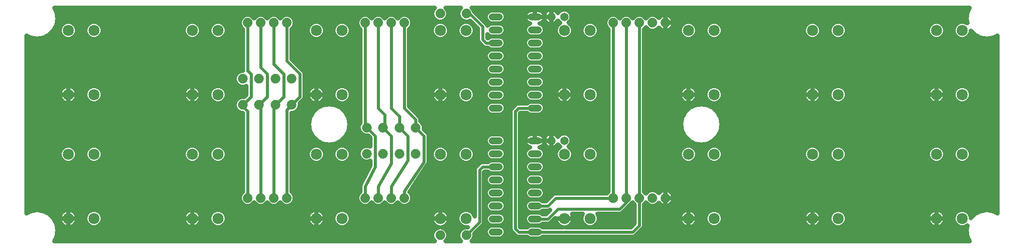
<source format=gtl>
G75*
G70*
%OFA0B0*%
%FSLAX24Y24*%
%IPPOS*%
%LPD*%
%AMOC8*
5,1,8,0,0,1.08239X$1,22.5*
%
%ADD10C,0.0520*%
%ADD11C,0.0740*%
%ADD12C,0.0650*%
%ADD13C,0.0850*%
%ADD14C,0.0320*%
%ADD15C,0.0240*%
D10*
X037500Y002510D02*
X038020Y002510D01*
X040500Y002510D02*
X041020Y002510D01*
X041020Y003510D02*
X040500Y003510D01*
X038020Y003510D02*
X037500Y003510D01*
X037500Y004510D02*
X038020Y004510D01*
X040500Y004510D02*
X041020Y004510D01*
X041020Y005510D02*
X040500Y005510D01*
X038020Y005510D02*
X037500Y005510D01*
X037500Y006510D02*
X038020Y006510D01*
X040500Y006510D02*
X041020Y006510D01*
X041020Y007510D02*
X040500Y007510D01*
X038020Y007510D02*
X037500Y007510D01*
X037500Y008510D02*
X038020Y008510D01*
X040500Y008510D02*
X041020Y008510D01*
X041020Y009510D02*
X040500Y009510D01*
X038020Y009510D02*
X037500Y009510D01*
X037500Y012010D02*
X038020Y012010D01*
X040500Y012010D02*
X041020Y012010D01*
X041020Y013010D02*
X040500Y013010D01*
X038020Y013010D02*
X037500Y013010D01*
X037500Y014010D02*
X038020Y014010D01*
X040500Y014010D02*
X041020Y014010D01*
X041020Y015010D02*
X040500Y015010D01*
X038020Y015010D02*
X037500Y015010D01*
X037500Y016010D02*
X038020Y016010D01*
X040500Y016010D02*
X041020Y016010D01*
X041020Y017010D02*
X040500Y017010D01*
X038020Y017010D02*
X037500Y017010D01*
X037500Y018010D02*
X038020Y018010D01*
X040500Y018010D02*
X041020Y018010D01*
X041020Y019010D02*
X040500Y019010D01*
X038020Y019010D02*
X037500Y019010D01*
D11*
X035510Y019260D03*
X033510Y019260D03*
X030760Y018556D03*
X029760Y018556D03*
X028760Y018556D03*
X027760Y018556D03*
X021760Y018556D03*
X020760Y018556D03*
X019760Y018556D03*
X018760Y018556D03*
X018385Y014260D03*
X019635Y014260D03*
X020885Y014260D03*
X022135Y014260D03*
X022135Y012260D03*
X020885Y012260D03*
X019635Y012260D03*
X018385Y012260D03*
X027885Y010510D03*
X029135Y010510D03*
X030385Y010510D03*
X031635Y010510D03*
X031635Y008510D03*
X030385Y008510D03*
X029135Y008510D03*
X027885Y008510D03*
X027760Y005118D03*
X028760Y005118D03*
X029760Y005118D03*
X030760Y005118D03*
X021760Y005118D03*
X020760Y005118D03*
X019760Y005118D03*
X018760Y005118D03*
X033510Y002260D03*
X035510Y002260D03*
X046760Y005118D03*
X047760Y005118D03*
X048760Y005118D03*
X049760Y005118D03*
X050760Y005118D03*
X050760Y018556D03*
X049760Y018556D03*
X048760Y018556D03*
X047760Y018556D03*
X046760Y018556D03*
D12*
X043010Y019010D03*
X042010Y019010D03*
X042010Y009510D03*
X043010Y009510D03*
D13*
X043026Y008471D03*
X044994Y008471D03*
X052526Y008471D03*
X054494Y008471D03*
X062026Y008471D03*
X063994Y008471D03*
X071526Y008471D03*
X073494Y008471D03*
X073494Y013049D03*
X071526Y013049D03*
X063994Y013049D03*
X062026Y013049D03*
X054494Y013049D03*
X052526Y013049D03*
X044994Y013049D03*
X043026Y013049D03*
X035494Y013049D03*
X033526Y013049D03*
X025994Y013049D03*
X024026Y013049D03*
X016494Y013049D03*
X014526Y013049D03*
X006994Y013049D03*
X005026Y013049D03*
X005026Y008471D03*
X006994Y008471D03*
X014526Y008471D03*
X016494Y008471D03*
X024026Y008471D03*
X025994Y008471D03*
X033526Y008471D03*
X035494Y008471D03*
X035494Y003549D03*
X033526Y003549D03*
X025994Y003549D03*
X024026Y003549D03*
X016494Y003549D03*
X014526Y003549D03*
X006994Y003549D03*
X005026Y003549D03*
X043026Y003549D03*
X044994Y003549D03*
X052526Y003549D03*
X054494Y003549D03*
X062026Y003549D03*
X063994Y003549D03*
X071526Y003549D03*
X073494Y003549D03*
X073494Y017971D03*
X071526Y017971D03*
X063994Y017971D03*
X062026Y017971D03*
X054494Y017971D03*
X052526Y017971D03*
X044994Y017971D03*
X043026Y017971D03*
X035494Y017971D03*
X033526Y017971D03*
X025994Y017971D03*
X024026Y017971D03*
X016494Y017971D03*
X014526Y017971D03*
X006994Y017971D03*
X005026Y017971D03*
D14*
X004119Y002153D02*
X003949Y001820D01*
X033087Y001820D01*
X032993Y001914D01*
X032900Y002139D01*
X032900Y002381D01*
X032993Y002606D01*
X033164Y002777D01*
X033389Y002870D01*
X033438Y002870D01*
X033392Y002876D01*
X033305Y002899D01*
X033222Y002934D01*
X033144Y002979D01*
X033073Y003033D01*
X033010Y003097D01*
X032955Y003168D01*
X032910Y003246D01*
X032876Y003329D01*
X032852Y003415D01*
X032841Y003504D01*
X032841Y003549D01*
X033526Y003549D01*
X033526Y003549D01*
X034211Y003549D01*
X034211Y003504D01*
X034199Y003415D01*
X034176Y003329D01*
X034141Y003246D01*
X034097Y003168D01*
X034042Y003097D01*
X033978Y003033D01*
X033907Y002979D01*
X033829Y002934D01*
X033746Y002899D01*
X033660Y002876D01*
X033613Y002870D01*
X033631Y002870D01*
X033856Y002777D01*
X034027Y002606D01*
X034120Y002381D01*
X034120Y002139D01*
X034027Y001914D01*
X033933Y001820D01*
X035087Y001820D01*
X034993Y001914D01*
X034900Y002139D01*
X034900Y002381D01*
X034993Y002606D01*
X035164Y002777D01*
X035389Y002870D01*
X035611Y002870D01*
X035625Y002884D01*
X035362Y002884D01*
X035118Y002986D01*
X034930Y003173D01*
X034829Y003417D01*
X034829Y003682D01*
X034930Y003926D01*
X035118Y004113D01*
X035362Y004214D01*
X035627Y004214D01*
X035871Y004113D01*
X036058Y003926D01*
X036150Y003704D01*
X036150Y007332D01*
X036205Y007464D01*
X036306Y007565D01*
X036556Y007815D01*
X036688Y007870D01*
X037153Y007870D01*
X037217Y007934D01*
X037401Y008010D01*
X038119Y008010D01*
X038303Y008086D01*
X038444Y008227D01*
X038520Y008411D01*
X038520Y008609D01*
X038444Y008793D01*
X038303Y008934D01*
X038119Y009010D01*
X037401Y009010D01*
X037217Y008934D01*
X037076Y008793D01*
X037000Y008609D01*
X037000Y008411D01*
X037076Y008227D01*
X037217Y008086D01*
X037401Y008010D01*
X038119Y008010D01*
X038303Y007934D01*
X038444Y007793D01*
X038520Y007609D01*
X038520Y007411D01*
X038444Y007227D01*
X038303Y007086D01*
X038119Y007010D01*
X038303Y006934D01*
X038444Y006793D01*
X038520Y006609D01*
X038520Y006411D01*
X038444Y006227D01*
X038303Y006086D01*
X038119Y006010D01*
X038303Y005934D01*
X038444Y005793D01*
X038520Y005609D01*
X038520Y005411D01*
X038444Y005227D01*
X038303Y005086D01*
X038119Y005010D01*
X037401Y005010D01*
X037217Y005086D01*
X037076Y005227D01*
X037000Y005411D01*
X037000Y005609D01*
X037076Y005793D01*
X037217Y005934D01*
X037401Y006010D01*
X038119Y006010D01*
X037401Y006010D01*
X037217Y006086D01*
X037076Y006227D01*
X037000Y006411D01*
X037000Y006609D01*
X037076Y006793D01*
X037217Y006934D01*
X037401Y007010D01*
X038119Y007010D01*
X037401Y007010D01*
X037217Y007086D01*
X037153Y007150D01*
X036909Y007150D01*
X036870Y007111D01*
X036870Y003188D01*
X036815Y003056D01*
X036120Y002361D01*
X036120Y002139D01*
X036027Y001914D01*
X035933Y001820D01*
X074071Y001820D01*
X073901Y002153D01*
X073901Y002153D01*
X073825Y002635D01*
X073825Y002635D01*
X073882Y002997D01*
X073871Y002986D01*
X073627Y002884D01*
X073362Y002884D01*
X073118Y002986D01*
X072930Y003173D01*
X072829Y003417D01*
X072829Y003682D01*
X072930Y003926D01*
X073118Y004113D01*
X073362Y004214D01*
X073627Y004214D01*
X073871Y004113D01*
X074058Y003926D01*
X074159Y003682D01*
X074159Y003588D01*
X074468Y003897D01*
X074468Y003897D01*
X074903Y004119D01*
X074903Y004119D01*
X075385Y004195D01*
X075385Y004195D01*
X075867Y004119D01*
X075867Y004119D01*
X076200Y003949D01*
X076200Y017571D01*
X075867Y017401D01*
X075867Y017401D01*
X075385Y017325D01*
X075385Y017325D01*
X074903Y017401D01*
X074903Y017401D01*
X074468Y017623D01*
X074468Y017623D01*
X074159Y017932D01*
X074159Y017838D01*
X074058Y017594D01*
X073871Y017407D01*
X073627Y017306D01*
X073362Y017306D01*
X073118Y017407D01*
X072930Y017594D01*
X072829Y017838D01*
X072829Y018103D01*
X072930Y018347D01*
X073118Y018534D01*
X073362Y018636D01*
X073627Y018636D01*
X073871Y018534D01*
X073882Y018523D01*
X073825Y018885D01*
X073825Y018885D01*
X073901Y019367D01*
X073901Y019367D01*
X074071Y019700D01*
X035933Y019700D01*
X036027Y019606D01*
X036100Y019429D01*
X037065Y018464D01*
X037118Y018335D01*
X037217Y018434D01*
X037401Y018510D01*
X038119Y018510D01*
X038303Y018586D01*
X038444Y018727D01*
X038520Y018911D01*
X038520Y019109D01*
X038444Y019293D01*
X038303Y019434D01*
X038119Y019510D01*
X037401Y019510D01*
X037217Y019434D01*
X037076Y019293D01*
X037000Y019109D01*
X037000Y018911D01*
X037076Y018727D01*
X037217Y018586D01*
X037401Y018510D01*
X038119Y018510D01*
X038303Y018434D01*
X038444Y018293D01*
X038520Y018109D01*
X038520Y017911D01*
X038444Y017727D01*
X038303Y017586D01*
X038119Y017510D01*
X037401Y017510D01*
X037217Y017586D01*
X037120Y017683D01*
X037120Y017409D01*
X037156Y017373D01*
X037217Y017434D01*
X037401Y017510D01*
X038119Y017510D01*
X038303Y017434D01*
X038444Y017293D01*
X038520Y017109D01*
X038520Y016911D01*
X038444Y016727D01*
X038303Y016586D01*
X038119Y016510D01*
X038303Y016434D01*
X038444Y016293D01*
X038520Y016109D01*
X038520Y015911D01*
X040000Y015911D01*
X040076Y015727D01*
X040217Y015586D01*
X040401Y015510D01*
X040217Y015434D01*
X040076Y015293D01*
X040000Y015109D01*
X040000Y014911D01*
X040076Y014727D01*
X040217Y014586D01*
X040401Y014510D01*
X040217Y014434D01*
X040076Y014293D01*
X040000Y014109D01*
X040000Y013911D01*
X040076Y013727D01*
X040217Y013586D01*
X040401Y013510D01*
X040217Y013434D01*
X040076Y013293D01*
X040000Y013109D01*
X040000Y012911D01*
X040076Y012727D01*
X040217Y012586D01*
X040401Y012510D01*
X040217Y012434D01*
X040153Y012370D01*
X039438Y012370D01*
X039306Y012315D01*
X039205Y012214D01*
X039056Y012065D01*
X038955Y011964D01*
X038900Y011832D01*
X038900Y002688D01*
X038955Y002556D01*
X039205Y002306D01*
X039306Y002205D01*
X039438Y002150D01*
X040153Y002150D01*
X040217Y002086D01*
X040401Y002010D01*
X041119Y002010D01*
X041303Y002086D01*
X041367Y002150D01*
X048332Y002150D01*
X048464Y002205D01*
X048565Y002306D01*
X049065Y002806D01*
X049120Y002938D01*
X049120Y004616D01*
X049260Y004756D01*
X049414Y004601D01*
X049639Y004508D01*
X049881Y004508D01*
X050106Y004601D01*
X050251Y004747D01*
X050279Y004708D01*
X050350Y004638D01*
X050430Y004579D01*
X050518Y004534D01*
X050612Y004504D01*
X050710Y004488D01*
X050760Y004488D01*
X050810Y004488D01*
X050908Y004504D01*
X051002Y004534D01*
X051090Y004579D01*
X051170Y004638D01*
X051241Y004708D01*
X051299Y004788D01*
X051344Y004876D01*
X051374Y004971D01*
X051390Y005069D01*
X051390Y005118D01*
X050760Y005118D01*
X050760Y004488D01*
X050760Y005118D01*
X050760Y005118D01*
X050760Y005118D01*
X051390Y005118D01*
X051390Y005168D01*
X051374Y005266D01*
X051344Y005360D01*
X051299Y005448D01*
X051241Y005529D01*
X051170Y005599D01*
X051090Y005657D01*
X051002Y005702D01*
X050908Y005733D01*
X050810Y005748D01*
X050760Y005748D01*
X050760Y005118D01*
X050760Y005748D01*
X050710Y005748D01*
X050612Y005733D01*
X050518Y005702D01*
X050430Y005657D01*
X050350Y005599D01*
X050279Y005529D01*
X050251Y005490D01*
X050106Y005635D01*
X049881Y005728D01*
X049639Y005728D01*
X049414Y005635D01*
X049260Y005481D01*
X049120Y005621D01*
X049120Y018054D01*
X049260Y018194D01*
X049414Y018039D01*
X049639Y017946D01*
X049881Y017946D01*
X050106Y018039D01*
X050251Y018185D01*
X050279Y018146D01*
X050350Y018076D01*
X050430Y018017D01*
X050518Y017972D01*
X050612Y017942D01*
X050710Y017926D01*
X050760Y017926D01*
X050810Y017926D01*
X050908Y017942D01*
X051002Y017972D01*
X051090Y018017D01*
X051170Y018076D01*
X051241Y018146D01*
X051299Y018226D01*
X051344Y018314D01*
X051374Y018409D01*
X051390Y018507D01*
X051390Y018556D01*
X050760Y018556D01*
X050760Y017926D01*
X050760Y018556D01*
X050760Y018556D01*
X050760Y018556D01*
X051390Y018556D01*
X051390Y018606D01*
X051374Y018704D01*
X051344Y018798D01*
X051299Y018886D01*
X051241Y018967D01*
X051170Y019037D01*
X051090Y019095D01*
X051002Y019140D01*
X050908Y019171D01*
X050810Y019186D01*
X050760Y019186D01*
X050760Y018556D01*
X050760Y019186D01*
X050710Y019186D01*
X050612Y019171D01*
X050518Y019140D01*
X050430Y019095D01*
X050350Y019037D01*
X050279Y018967D01*
X050251Y018928D01*
X050106Y019073D01*
X049881Y019166D01*
X049639Y019166D01*
X049414Y019073D01*
X049260Y018919D01*
X049106Y019073D01*
X048881Y019166D01*
X048639Y019166D01*
X048414Y019073D01*
X048260Y018919D01*
X048106Y019073D01*
X047881Y019166D01*
X047639Y019166D01*
X047414Y019073D01*
X047260Y018919D01*
X047106Y019073D01*
X046881Y019166D01*
X046639Y019166D01*
X046414Y019073D01*
X046243Y018902D01*
X046150Y018678D01*
X046150Y018435D01*
X046243Y018211D01*
X046400Y018054D01*
X046400Y005621D01*
X046257Y005478D01*
X042297Y005478D01*
X042164Y005423D01*
X041611Y004870D01*
X041367Y004870D01*
X041303Y004934D01*
X041119Y005010D01*
X041303Y005086D01*
X041444Y005227D01*
X041520Y005411D01*
X041520Y005609D01*
X041444Y005793D01*
X041303Y005934D01*
X041119Y006010D01*
X041303Y006086D01*
X041444Y006227D01*
X041520Y006411D01*
X041520Y006609D01*
X041444Y006793D01*
X041303Y006934D01*
X041119Y007010D01*
X041303Y007086D01*
X041444Y007227D01*
X041520Y007411D01*
X041520Y007609D01*
X041444Y007793D01*
X041303Y007934D01*
X041119Y008010D01*
X041303Y008086D01*
X041444Y008227D01*
X041520Y008411D01*
X041520Y008609D01*
X041444Y008793D01*
X041303Y008934D01*
X041138Y009002D01*
X041142Y009003D01*
X041220Y009028D01*
X041293Y009065D01*
X041359Y009113D01*
X041417Y009171D01*
X041465Y009237D01*
X041479Y009265D01*
X041510Y009203D01*
X041564Y009129D01*
X041629Y009064D01*
X041703Y009010D01*
X041785Y008968D01*
X041873Y008939D01*
X041964Y008925D01*
X042010Y008925D01*
X042056Y008925D01*
X042147Y008939D01*
X042235Y008968D01*
X042317Y009010D01*
X042391Y009064D01*
X042456Y009129D01*
X042510Y009203D01*
X042519Y009220D01*
X042531Y009190D01*
X042676Y009045D01*
X042649Y009034D01*
X042462Y008847D01*
X042361Y008603D01*
X042361Y008338D01*
X042462Y008094D01*
X042649Y007907D01*
X042893Y007806D01*
X043158Y007806D01*
X043402Y007907D01*
X043590Y008094D01*
X043691Y008338D01*
X043691Y008603D01*
X043590Y008847D01*
X043402Y009034D01*
X043354Y009055D01*
X043489Y009190D01*
X043575Y009398D01*
X043575Y009622D01*
X043489Y009830D01*
X043330Y009989D01*
X043122Y010075D01*
X042898Y010075D01*
X042690Y009989D01*
X042531Y009830D01*
X042519Y009800D01*
X042510Y009817D01*
X042456Y009891D01*
X042391Y009956D01*
X042317Y010010D01*
X042235Y010052D01*
X042147Y010081D01*
X042056Y010095D01*
X042010Y010095D01*
X042010Y009510D01*
X042010Y009510D01*
X042010Y008925D01*
X042010Y009510D01*
X042010Y009510D01*
X042010Y010095D01*
X041964Y010095D01*
X041873Y010081D01*
X041785Y010052D01*
X041703Y010010D01*
X041629Y009956D01*
X041564Y009891D01*
X041510Y009817D01*
X041479Y009755D01*
X041465Y009783D01*
X041417Y009849D01*
X041359Y009907D01*
X041293Y009955D01*
X041220Y009992D01*
X041142Y010017D01*
X041061Y010030D01*
X040760Y010030D01*
X040760Y009510D01*
X040760Y009510D01*
X042010Y009510D01*
X042010Y009510D01*
X041540Y009510D01*
X040760Y009510D01*
X040760Y009510D01*
X040760Y009510D01*
X039980Y009510D01*
X039980Y009551D01*
X039993Y009632D01*
X040018Y009710D01*
X040055Y009783D01*
X040103Y009849D01*
X040161Y009907D01*
X040227Y009955D01*
X040300Y009992D01*
X040378Y010017D01*
X040459Y010030D01*
X040760Y010030D01*
X040760Y009510D01*
X039980Y009510D01*
X039980Y009469D01*
X039993Y009388D01*
X040018Y009310D01*
X040055Y009237D01*
X040103Y009171D01*
X040161Y009113D01*
X040227Y009065D01*
X040300Y009028D01*
X040378Y009003D01*
X040382Y009002D01*
X040217Y008934D01*
X040076Y008793D01*
X040000Y008609D01*
X040000Y008411D01*
X040076Y008227D01*
X040217Y008086D01*
X040401Y008010D01*
X041119Y008010D01*
X040401Y008010D01*
X040217Y007934D01*
X040076Y007793D01*
X040000Y007609D01*
X040000Y007411D01*
X040076Y007227D01*
X040217Y007086D01*
X040401Y007010D01*
X041119Y007010D01*
X040401Y007010D01*
X040217Y006934D01*
X040076Y006793D01*
X040000Y006609D01*
X040000Y006411D01*
X040076Y006227D01*
X040217Y006086D01*
X040401Y006010D01*
X041119Y006010D01*
X040401Y006010D01*
X040217Y005934D01*
X040076Y005793D01*
X040000Y005609D01*
X040000Y005411D01*
X040076Y005227D01*
X040217Y005086D01*
X040401Y005010D01*
X041119Y005010D01*
X040401Y005010D01*
X040217Y004934D01*
X040076Y004793D01*
X040000Y004609D01*
X040000Y004411D01*
X040076Y004227D01*
X040217Y004086D01*
X040401Y004010D01*
X040217Y003934D01*
X040076Y003793D01*
X040000Y003609D01*
X040000Y003411D01*
X040076Y003227D01*
X040217Y003086D01*
X040401Y003010D01*
X040217Y002934D01*
X040153Y002870D01*
X039659Y002870D01*
X039620Y002909D01*
X039620Y011611D01*
X039659Y011650D01*
X040153Y011650D01*
X040217Y011586D01*
X040401Y011510D01*
X041119Y011510D01*
X041303Y011586D01*
X041444Y011727D01*
X041520Y011911D01*
X041520Y012109D01*
X041444Y012293D01*
X041303Y012434D01*
X041119Y012510D01*
X040401Y012510D01*
X041119Y012510D01*
X041303Y012586D01*
X041444Y012727D01*
X041520Y012911D01*
X041520Y013109D01*
X041444Y013293D01*
X041303Y013434D01*
X041119Y013510D01*
X040401Y013510D01*
X041119Y013510D01*
X041303Y013586D01*
X041444Y013727D01*
X041520Y013911D01*
X041520Y014109D01*
X041444Y014293D01*
X041303Y014434D01*
X041119Y014510D01*
X040401Y014510D01*
X041119Y014510D01*
X041303Y014586D01*
X041444Y014727D01*
X041520Y014911D01*
X041520Y015109D01*
X041444Y015293D01*
X041303Y015434D01*
X041119Y015510D01*
X040401Y015510D01*
X041119Y015510D01*
X041303Y015586D01*
X041444Y015727D01*
X041520Y015911D01*
X046400Y015911D01*
X046400Y015593D02*
X041310Y015593D01*
X041520Y015911D02*
X041520Y016109D01*
X041444Y016293D01*
X041303Y016434D01*
X041119Y016510D01*
X040401Y016510D01*
X040217Y016434D01*
X040076Y016293D01*
X040000Y016109D01*
X040000Y015911D01*
X040210Y015593D02*
X038310Y015593D01*
X038303Y015586D02*
X038444Y015727D01*
X038520Y015911D01*
X038303Y015586D02*
X038119Y015510D01*
X037401Y015510D01*
X037217Y015586D01*
X037076Y015727D01*
X037000Y015911D01*
X031120Y015911D01*
X031120Y015593D02*
X037210Y015593D01*
X037217Y015434D02*
X037401Y015510D01*
X038119Y015510D01*
X038303Y015434D01*
X038444Y015293D01*
X038520Y015109D01*
X038520Y014911D01*
X038444Y014727D01*
X038303Y014586D01*
X038119Y014510D01*
X038303Y014434D01*
X038444Y014293D01*
X038520Y014109D01*
X038520Y013911D01*
X038444Y013727D01*
X038303Y013586D01*
X038119Y013510D01*
X038303Y013434D01*
X038444Y013293D01*
X038520Y013109D01*
X038520Y012911D01*
X038444Y012727D01*
X038303Y012586D01*
X038119Y012510D01*
X037401Y012510D01*
X037217Y012586D01*
X037076Y012727D01*
X037000Y012911D01*
X037000Y013109D01*
X037076Y013293D01*
X037217Y013434D01*
X037401Y013510D01*
X038119Y013510D01*
X037401Y013510D01*
X037217Y013586D01*
X037076Y013727D01*
X037000Y013911D01*
X037000Y014109D01*
X037076Y014293D01*
X037217Y014434D01*
X037401Y014510D01*
X038119Y014510D01*
X037401Y014510D01*
X037217Y014586D01*
X037076Y014727D01*
X037000Y014911D01*
X037000Y015109D01*
X037076Y015293D01*
X037217Y015434D01*
X037068Y015274D02*
X031120Y015274D01*
X031120Y014956D02*
X037000Y014956D01*
X037166Y014637D02*
X031120Y014637D01*
X031120Y014319D02*
X037101Y014319D01*
X037000Y014000D02*
X031120Y014000D01*
X031120Y013682D02*
X033262Y013682D01*
X033222Y013665D02*
X033144Y013620D01*
X033073Y013565D01*
X033010Y013502D01*
X032955Y013431D01*
X032910Y013353D01*
X032876Y013270D01*
X032852Y013183D01*
X032841Y013094D01*
X032841Y013049D01*
X032841Y013004D01*
X032852Y012915D01*
X032876Y012829D01*
X032910Y012746D01*
X032955Y012668D01*
X033010Y012597D01*
X033073Y012533D01*
X033144Y012479D01*
X033222Y012434D01*
X033305Y012399D01*
X033392Y012376D01*
X033481Y012364D01*
X033526Y012364D01*
X033571Y012364D01*
X033660Y012376D01*
X033746Y012399D01*
X033829Y012434D01*
X033907Y012479D01*
X033978Y012533D01*
X034042Y012597D01*
X034097Y012668D01*
X034141Y012746D01*
X034176Y012829D01*
X034199Y012915D01*
X034211Y013004D01*
X034211Y013049D01*
X033526Y013049D01*
X033526Y012364D01*
X033526Y013049D01*
X033526Y013049D01*
X033526Y013049D01*
X034211Y013049D01*
X034211Y013094D01*
X034199Y013183D01*
X034176Y013270D01*
X034141Y013353D01*
X034097Y013431D01*
X034042Y013502D01*
X033978Y013565D01*
X033907Y013620D01*
X033829Y013665D01*
X033746Y013699D01*
X033660Y013723D01*
X033571Y013734D01*
X033526Y013734D01*
X033526Y013049D01*
X032841Y013049D01*
X033526Y013049D01*
X033526Y013049D01*
X033526Y013049D01*
X033526Y013734D01*
X033481Y013734D01*
X033392Y013723D01*
X033305Y013699D01*
X033222Y013665D01*
X033526Y013682D02*
X033526Y013682D01*
X033790Y013682D02*
X035283Y013682D01*
X035362Y013714D02*
X035118Y013613D01*
X034930Y013426D01*
X034829Y013182D01*
X034829Y012917D01*
X034930Y012673D01*
X035118Y012486D01*
X035362Y012384D01*
X035627Y012384D01*
X035871Y012486D01*
X036058Y012673D01*
X036159Y012917D01*
X036159Y013182D01*
X036058Y013426D01*
X035871Y013613D01*
X035627Y013714D01*
X035362Y013714D01*
X035706Y013682D02*
X037121Y013682D01*
X037146Y013363D02*
X036084Y013363D01*
X036159Y013045D02*
X037000Y013045D01*
X037077Y012726D02*
X036080Y012726D01*
X037217Y012434D02*
X037401Y012510D01*
X038119Y012510D01*
X038303Y012434D01*
X038444Y012293D01*
X038520Y012109D01*
X038520Y011911D01*
X038444Y011727D01*
X038303Y011586D01*
X038119Y011510D01*
X037401Y011510D01*
X037217Y011586D01*
X037076Y011727D01*
X037000Y011911D01*
X037000Y012109D01*
X037076Y012293D01*
X037217Y012434D01*
X037190Y012408D02*
X035682Y012408D01*
X035306Y012408D02*
X033766Y012408D01*
X033526Y012408D02*
X033526Y012408D01*
X033285Y012408D02*
X031120Y012408D01*
X031120Y012159D02*
X031120Y018054D01*
X031277Y018211D01*
X031370Y018435D01*
X031370Y018678D01*
X031277Y018902D01*
X031106Y019073D01*
X030881Y019166D01*
X030639Y019166D01*
X030414Y019073D01*
X030260Y018919D01*
X030106Y019073D01*
X029881Y019166D01*
X029639Y019166D01*
X029414Y019073D01*
X029260Y018919D01*
X029106Y019073D01*
X028881Y019166D01*
X028639Y019166D01*
X028414Y019073D01*
X028260Y018919D01*
X028106Y019073D01*
X027881Y019166D01*
X027639Y019166D01*
X027414Y019073D01*
X027243Y018902D01*
X027150Y018678D01*
X027150Y018435D01*
X027243Y018211D01*
X027400Y018054D01*
X027400Y010888D01*
X027368Y010856D01*
X027275Y010631D01*
X027275Y010389D01*
X027368Y010164D01*
X027539Y009993D01*
X027764Y009900D01*
X027986Y009900D01*
X028150Y009736D01*
X028150Y009060D01*
X028006Y009120D01*
X027764Y009120D01*
X027539Y009027D01*
X027368Y008856D01*
X027275Y008631D01*
X027275Y008389D01*
X027368Y008164D01*
X027539Y007993D01*
X027764Y007900D01*
X028006Y007900D01*
X028150Y007960D01*
X028150Y007595D01*
X027464Y006223D01*
X027455Y006214D01*
X027432Y006160D01*
X027406Y006107D01*
X027405Y006094D01*
X027400Y006082D01*
X027400Y006023D01*
X027396Y005964D01*
X027400Y005952D01*
X027400Y005621D01*
X027243Y005464D01*
X027150Y005240D01*
X027150Y004997D01*
X027243Y004773D01*
X027414Y004601D01*
X027639Y004508D01*
X027881Y004508D01*
X028106Y004601D01*
X028260Y004756D01*
X028414Y004601D01*
X028639Y004508D01*
X028881Y004508D01*
X029106Y004601D01*
X029260Y004756D01*
X029414Y004601D01*
X029639Y004508D01*
X029881Y004508D01*
X030106Y004601D01*
X030260Y004756D01*
X030414Y004601D01*
X030639Y004508D01*
X030881Y004508D01*
X031106Y004601D01*
X031277Y004773D01*
X031370Y004997D01*
X031370Y005240D01*
X031277Y005464D01*
X031158Y005583D01*
X032540Y007656D01*
X032565Y007681D01*
X032579Y007715D01*
X032599Y007745D01*
X032606Y007780D01*
X032620Y007813D01*
X032620Y007850D01*
X032627Y007885D01*
X032620Y007921D01*
X032620Y009957D01*
X032565Y010089D01*
X032464Y010190D01*
X032245Y010409D01*
X032245Y010631D01*
X032152Y010856D01*
X031995Y011013D01*
X031995Y011207D01*
X031940Y011339D01*
X031839Y011440D01*
X031120Y012159D01*
X031190Y012089D02*
X037000Y012089D01*
X037058Y011771D02*
X031509Y011771D01*
X031827Y011452D02*
X038900Y011452D01*
X038900Y011771D02*
X038462Y011771D01*
X039620Y011452D02*
X046400Y011452D01*
X046400Y011771D02*
X041462Y011771D01*
X041520Y012089D02*
X046400Y012089D01*
X046400Y012408D02*
X045182Y012408D01*
X045127Y012384D02*
X045371Y012486D01*
X045558Y012673D01*
X045659Y012917D01*
X045659Y013182D01*
X045558Y013426D01*
X045371Y013613D01*
X045127Y013714D01*
X044862Y013714D01*
X044618Y013613D01*
X044430Y013426D01*
X044329Y013182D01*
X044329Y012917D01*
X044430Y012673D01*
X044618Y012486D01*
X044862Y012384D01*
X045127Y012384D01*
X044806Y012408D02*
X043266Y012408D01*
X043246Y012399D02*
X043329Y012434D01*
X043407Y012479D01*
X043478Y012533D01*
X043542Y012597D01*
X043597Y012668D01*
X043641Y012746D01*
X043676Y012829D01*
X043699Y012915D01*
X043711Y013004D01*
X043711Y013049D01*
X043026Y013049D01*
X043026Y012364D01*
X043071Y012364D01*
X043160Y012376D01*
X043246Y012399D01*
X043026Y012408D02*
X043026Y012408D01*
X043026Y012364D02*
X043026Y013049D01*
X043026Y013049D01*
X043026Y013049D01*
X043711Y013049D01*
X043711Y013094D01*
X043699Y013183D01*
X043676Y013270D01*
X043641Y013353D01*
X043597Y013431D01*
X043542Y013502D01*
X043478Y013565D01*
X043407Y013620D01*
X043329Y013665D01*
X043246Y013699D01*
X043160Y013723D01*
X043071Y013734D01*
X043026Y013734D01*
X043026Y013049D01*
X042341Y013049D01*
X042341Y013004D01*
X042352Y012915D01*
X042376Y012829D01*
X042410Y012746D01*
X042455Y012668D01*
X042510Y012597D01*
X042573Y012533D01*
X042644Y012479D01*
X042722Y012434D01*
X042805Y012399D01*
X042892Y012376D01*
X042981Y012364D01*
X043026Y012364D01*
X042785Y012408D02*
X041330Y012408D01*
X040190Y012408D02*
X038330Y012408D01*
X038520Y012089D02*
X039080Y012089D01*
X038443Y012726D02*
X040077Y012726D01*
X040000Y013045D02*
X038520Y013045D01*
X038374Y013363D02*
X040146Y013363D01*
X040121Y013682D02*
X038399Y013682D01*
X038520Y014000D02*
X040000Y014000D01*
X040101Y014319D02*
X038419Y014319D01*
X038354Y014637D02*
X040166Y014637D01*
X040000Y014956D02*
X038520Y014956D01*
X038452Y015274D02*
X040068Y015274D01*
X041452Y015274D02*
X046400Y015274D01*
X046400Y014956D02*
X041520Y014956D01*
X041354Y014637D02*
X046400Y014637D01*
X046400Y014319D02*
X041419Y014319D01*
X041520Y014000D02*
X046400Y014000D01*
X046400Y013682D02*
X045206Y013682D01*
X044783Y013682D02*
X043290Y013682D01*
X043026Y013682D02*
X043026Y013682D01*
X043026Y013734D02*
X042981Y013734D01*
X042892Y013723D01*
X042805Y013699D01*
X042722Y013665D01*
X042644Y013620D01*
X042573Y013565D01*
X042510Y013502D01*
X042455Y013431D01*
X042410Y013353D01*
X042376Y013270D01*
X042352Y013183D01*
X042341Y013094D01*
X042341Y013049D01*
X043026Y013049D01*
X043026Y013049D01*
X043026Y013049D01*
X043026Y013734D01*
X042762Y013682D02*
X041399Y013682D01*
X041374Y013363D02*
X042416Y013363D01*
X043026Y013363D02*
X043026Y013363D01*
X043636Y013363D02*
X044404Y013363D01*
X044329Y013045D02*
X043711Y013045D01*
X043630Y012726D02*
X044408Y012726D01*
X043026Y012726D02*
X043026Y012726D01*
X043026Y013045D02*
X043026Y013045D01*
X042421Y012726D02*
X041443Y012726D01*
X041520Y013045D02*
X042341Y013045D01*
X045580Y012726D02*
X046400Y012726D01*
X046400Y013045D02*
X045659Y013045D01*
X045584Y013363D02*
X046400Y013363D01*
X049120Y013363D02*
X051916Y013363D01*
X051910Y013353D02*
X051876Y013270D01*
X051852Y013183D01*
X051841Y013094D01*
X051841Y013049D01*
X051841Y013004D01*
X051852Y012915D01*
X051876Y012829D01*
X051910Y012746D01*
X051955Y012668D01*
X052010Y012597D01*
X052073Y012533D01*
X052144Y012479D01*
X052222Y012434D01*
X052305Y012399D01*
X052392Y012376D01*
X052481Y012364D01*
X052526Y012364D01*
X052571Y012364D01*
X052660Y012376D01*
X052746Y012399D01*
X052829Y012434D01*
X052907Y012479D01*
X052978Y012533D01*
X053042Y012597D01*
X053097Y012668D01*
X053141Y012746D01*
X053176Y012829D01*
X053199Y012915D01*
X053211Y013004D01*
X053211Y013049D01*
X052526Y013049D01*
X052526Y012364D01*
X052526Y013049D01*
X052526Y013049D01*
X052526Y013049D01*
X053211Y013049D01*
X053211Y013094D01*
X053199Y013183D01*
X053176Y013270D01*
X053141Y013353D01*
X053097Y013431D01*
X053042Y013502D01*
X052978Y013565D01*
X052907Y013620D01*
X052829Y013665D01*
X052746Y013699D01*
X052660Y013723D01*
X052571Y013734D01*
X052526Y013734D01*
X052526Y013049D01*
X051841Y013049D01*
X052526Y013049D01*
X052526Y013049D01*
X052526Y013049D01*
X052526Y013734D01*
X052481Y013734D01*
X052392Y013723D01*
X052305Y013699D01*
X052222Y013665D01*
X052144Y013620D01*
X052073Y013565D01*
X052010Y013502D01*
X051955Y013431D01*
X051910Y013353D01*
X052262Y013682D02*
X049120Y013682D01*
X049120Y014000D02*
X076200Y014000D01*
X076200Y014319D02*
X049120Y014319D01*
X049120Y014637D02*
X076200Y014637D01*
X076200Y014956D02*
X049120Y014956D01*
X049120Y015274D02*
X076200Y015274D01*
X076200Y015593D02*
X049120Y015593D01*
X049120Y015911D02*
X076200Y015911D01*
X076200Y016230D02*
X049120Y016230D01*
X049120Y016548D02*
X076200Y016548D01*
X076200Y016867D02*
X049120Y016867D01*
X049120Y017185D02*
X076200Y017185D01*
X076200Y017504D02*
X076068Y017504D01*
X074702Y017504D02*
X073968Y017504D01*
X074152Y017822D02*
X074269Y017822D01*
X073021Y017504D02*
X071999Y017504D01*
X072090Y017594D02*
X072191Y017838D01*
X072191Y018103D01*
X072090Y018347D01*
X071902Y018534D01*
X071658Y018636D01*
X071393Y018636D01*
X071149Y018534D01*
X070962Y018347D01*
X070861Y018103D01*
X070861Y017838D01*
X070962Y017594D01*
X071149Y017407D01*
X071393Y017306D01*
X071658Y017306D01*
X071902Y017407D01*
X072090Y017594D01*
X072184Y017822D02*
X072836Y017822D01*
X072845Y018141D02*
X072175Y018141D01*
X071978Y018459D02*
X073042Y018459D01*
X073842Y018778D02*
X051351Y018778D01*
X051088Y019096D02*
X073858Y019096D01*
X073926Y019415D02*
X043405Y019415D01*
X043330Y019489D02*
X043122Y019575D01*
X042898Y019575D01*
X042690Y019489D01*
X042531Y019330D01*
X042519Y019300D01*
X042510Y019317D01*
X042456Y019391D01*
X042391Y019456D01*
X042317Y019510D01*
X042235Y019552D01*
X042147Y019581D01*
X042056Y019595D01*
X042010Y019595D01*
X042010Y019010D01*
X042010Y019010D01*
X042010Y018425D01*
X042056Y018425D01*
X042147Y018439D01*
X042235Y018468D01*
X042317Y018510D01*
X042391Y018564D01*
X042456Y018629D01*
X042510Y018703D01*
X042519Y018720D01*
X042531Y018690D01*
X042676Y018545D01*
X042649Y018534D01*
X042462Y018347D01*
X042361Y018103D01*
X042361Y017838D01*
X042462Y017594D01*
X042649Y017407D01*
X042893Y017306D01*
X043158Y017306D01*
X043402Y017407D01*
X043590Y017594D01*
X043691Y017838D01*
X043691Y018103D01*
X043590Y018347D01*
X043402Y018534D01*
X043354Y018555D01*
X043489Y018690D01*
X043575Y018898D01*
X043575Y019122D01*
X043489Y019330D01*
X043330Y019489D01*
X042615Y019415D02*
X042433Y019415D01*
X042010Y019415D02*
X042010Y019415D01*
X042010Y019595D02*
X041964Y019595D01*
X041873Y019581D01*
X041785Y019552D01*
X041703Y019510D01*
X041629Y019456D01*
X041564Y019391D01*
X041510Y019317D01*
X041479Y019255D01*
X041465Y019283D01*
X041417Y019349D01*
X041359Y019407D01*
X041293Y019455D01*
X041220Y019492D01*
X041142Y019517D01*
X041061Y019530D01*
X040760Y019530D01*
X040760Y019010D01*
X040760Y019010D01*
X042010Y019010D01*
X042010Y019010D01*
X042010Y019595D01*
X041587Y019415D02*
X041348Y019415D01*
X040760Y019415D02*
X040760Y019415D01*
X040760Y019530D02*
X040459Y019530D01*
X040378Y019517D01*
X040300Y019492D01*
X040227Y019455D01*
X040161Y019407D01*
X040103Y019349D01*
X040055Y019283D01*
X040018Y019210D01*
X039993Y019132D01*
X039980Y019051D01*
X039980Y019010D01*
X040760Y019010D01*
X040760Y019010D01*
X040760Y019010D01*
X040760Y019530D01*
X040172Y019415D02*
X038323Y019415D01*
X038520Y019096D02*
X039987Y019096D01*
X039980Y019010D02*
X039980Y018969D01*
X039993Y018888D01*
X040018Y018810D01*
X040055Y018737D01*
X040103Y018671D01*
X040161Y018613D01*
X040227Y018565D01*
X040300Y018528D01*
X040378Y018503D01*
X040382Y018502D01*
X040217Y018434D01*
X040076Y018293D01*
X040000Y018109D01*
X040000Y017911D01*
X040076Y017727D01*
X040217Y017586D01*
X040401Y017510D01*
X041119Y017510D01*
X041303Y017586D01*
X041444Y017727D01*
X041520Y017911D01*
X041520Y018109D01*
X041444Y018293D01*
X041303Y018434D01*
X041138Y018502D01*
X041142Y018503D01*
X041220Y018528D01*
X041293Y018565D01*
X041359Y018613D01*
X041417Y018671D01*
X041465Y018737D01*
X041479Y018765D01*
X041510Y018703D01*
X041564Y018629D01*
X041629Y018564D01*
X041703Y018510D01*
X041785Y018468D01*
X041873Y018439D01*
X041964Y018425D01*
X042010Y018425D01*
X042010Y019010D01*
X042010Y019010D01*
X041540Y019010D01*
X040760Y019010D01*
X039980Y019010D01*
X040035Y018778D02*
X038465Y018778D01*
X038243Y018459D02*
X040277Y018459D01*
X040013Y018141D02*
X038507Y018141D01*
X038483Y017822D02*
X040037Y017822D01*
X040217Y017434D02*
X040076Y017293D01*
X040000Y017109D01*
X040000Y016911D01*
X040076Y016727D01*
X040217Y016586D01*
X040401Y016510D01*
X041119Y016510D01*
X041303Y016586D01*
X041444Y016727D01*
X041520Y016911D01*
X041520Y017109D01*
X041444Y017293D01*
X041303Y017434D01*
X041119Y017510D01*
X040401Y017510D01*
X040217Y017434D01*
X040385Y017504D02*
X038135Y017504D01*
X037385Y017504D02*
X037120Y017504D01*
X036400Y017504D02*
X035968Y017504D01*
X036058Y017594D02*
X036159Y017838D01*
X036159Y018103D01*
X036058Y018347D01*
X035871Y018534D01*
X035627Y018636D01*
X035362Y018636D01*
X035118Y018534D01*
X034930Y018347D01*
X034829Y018103D01*
X034829Y017838D01*
X034930Y017594D01*
X035118Y017407D01*
X035362Y017306D01*
X035627Y017306D01*
X035871Y017407D01*
X036058Y017594D01*
X036152Y017822D02*
X036400Y017822D01*
X036400Y018111D02*
X036400Y017188D01*
X036455Y017056D01*
X036556Y016955D01*
X036806Y016705D01*
X036938Y016650D01*
X037153Y016650D01*
X037217Y016586D01*
X037401Y016510D01*
X037217Y016434D01*
X037076Y016293D01*
X037000Y016109D01*
X037000Y015911D01*
X037050Y016230D02*
X031120Y016230D01*
X031120Y016548D02*
X037309Y016548D01*
X037401Y016510D02*
X038119Y016510D01*
X037401Y016510D01*
X038211Y016548D02*
X040309Y016548D01*
X040050Y016230D02*
X038470Y016230D01*
X038502Y016867D02*
X040018Y016867D01*
X040031Y017185D02*
X038489Y017185D01*
X036644Y016867D02*
X031120Y016867D01*
X031120Y017185D02*
X036401Y017185D01*
X035021Y017504D02*
X033999Y017504D01*
X034090Y017594D02*
X034191Y017838D01*
X034191Y018103D01*
X034090Y018347D01*
X033902Y018534D01*
X033658Y018636D01*
X033393Y018636D01*
X033149Y018534D01*
X032962Y018347D01*
X032861Y018103D01*
X032861Y017838D01*
X032962Y017594D01*
X033149Y017407D01*
X033393Y017306D01*
X033658Y017306D01*
X033902Y017407D01*
X034090Y017594D01*
X034184Y017822D02*
X034836Y017822D01*
X034845Y018141D02*
X034175Y018141D01*
X033978Y018459D02*
X035042Y018459D01*
X035164Y018743D02*
X035389Y018650D01*
X035631Y018650D01*
X035794Y018717D01*
X036400Y018111D01*
X036370Y018141D02*
X036144Y018141D01*
X036052Y018459D02*
X035946Y018459D01*
X037067Y018459D02*
X037277Y018459D01*
X037055Y018778D02*
X036752Y018778D01*
X037000Y019096D02*
X036433Y019096D01*
X035164Y018743D02*
X034993Y018914D01*
X034900Y019139D01*
X034900Y019381D01*
X034993Y019606D01*
X035087Y019700D01*
X033933Y019700D01*
X034027Y019606D01*
X034120Y019381D01*
X034120Y019139D01*
X034027Y018914D01*
X033856Y018743D01*
X033631Y018650D01*
X033389Y018650D01*
X033164Y018743D01*
X032993Y018914D01*
X032900Y019139D01*
X032900Y019381D01*
X032993Y019606D01*
X033087Y019700D01*
X003949Y019700D01*
X004119Y019367D01*
X004119Y019367D01*
X004195Y018885D01*
X004119Y018403D01*
X004119Y018403D01*
X003897Y017968D01*
X003897Y017968D01*
X003552Y017623D01*
X003552Y017623D01*
X003117Y017401D01*
X003117Y017401D01*
X002635Y017325D01*
X002635Y017325D01*
X002153Y017401D01*
X002153Y017401D01*
X001820Y017571D01*
X001820Y003949D01*
X002153Y004119D01*
X002153Y004119D01*
X002635Y004195D01*
X002635Y004195D01*
X003117Y004119D01*
X003117Y004119D01*
X003552Y003897D01*
X003552Y003897D01*
X003897Y003552D01*
X003897Y003552D01*
X004119Y003117D01*
X004119Y003117D01*
X004195Y002635D01*
X004119Y002153D01*
X004119Y002153D01*
X004129Y002216D02*
X032900Y002216D01*
X032963Y002534D02*
X004179Y002534D01*
X004161Y002853D02*
X033346Y002853D01*
X033674Y002853D02*
X035346Y002853D01*
X034932Y003171D02*
X034098Y003171D01*
X032953Y003171D02*
X026556Y003171D01*
X026558Y003173D02*
X026659Y003417D01*
X026659Y003682D01*
X026558Y003926D01*
X026371Y004113D01*
X026127Y004214D01*
X025862Y004214D01*
X025618Y004113D01*
X025430Y003926D01*
X025329Y003682D01*
X025329Y003417D01*
X025430Y003173D01*
X025618Y002986D01*
X025862Y002884D01*
X026127Y002884D01*
X026371Y002986D01*
X026558Y003173D01*
X026659Y003490D02*
X032843Y003490D01*
X032841Y003549D02*
X033526Y003549D01*
X034211Y003549D01*
X034211Y003594D01*
X034199Y003683D01*
X034176Y003770D01*
X034141Y003853D01*
X034097Y003931D01*
X034042Y004002D01*
X033978Y004065D01*
X033907Y004120D01*
X033829Y004165D01*
X033746Y004199D01*
X033660Y004223D01*
X033571Y004234D01*
X033526Y004234D01*
X033526Y003549D01*
X033526Y003549D01*
X033526Y003549D01*
X033526Y004234D01*
X033481Y004234D01*
X033392Y004223D01*
X033305Y004199D01*
X033222Y004165D01*
X033144Y004120D01*
X033073Y004065D01*
X033010Y004002D01*
X032955Y003931D01*
X032910Y003853D01*
X032876Y003770D01*
X032852Y003683D01*
X032841Y003594D01*
X032841Y003549D01*
X032891Y003808D02*
X026607Y003808D01*
X026339Y004127D02*
X033155Y004127D01*
X033526Y004127D02*
X033526Y004127D01*
X033896Y004127D02*
X035150Y004127D01*
X035839Y004127D02*
X036150Y004127D01*
X036150Y004445D02*
X001820Y004445D01*
X001820Y004127D02*
X002203Y004127D01*
X003067Y004127D02*
X004655Y004127D01*
X004644Y004120D02*
X004573Y004065D01*
X004510Y004002D01*
X004455Y003931D01*
X004410Y003853D01*
X004376Y003770D01*
X004352Y003683D01*
X004341Y003594D01*
X004341Y003549D01*
X004341Y003504D01*
X004352Y003415D01*
X004376Y003329D01*
X004410Y003246D01*
X004455Y003168D01*
X004510Y003097D01*
X004573Y003033D01*
X004644Y002979D01*
X004722Y002934D01*
X004805Y002899D01*
X004892Y002876D01*
X004981Y002864D01*
X005026Y002864D01*
X005071Y002864D01*
X005160Y002876D01*
X005246Y002899D01*
X005329Y002934D01*
X005407Y002979D01*
X005478Y003033D01*
X005542Y003097D01*
X005597Y003168D01*
X005641Y003246D01*
X005676Y003329D01*
X005699Y003415D01*
X005711Y003504D01*
X005711Y003549D01*
X005026Y003549D01*
X005026Y002864D01*
X005026Y003549D01*
X005026Y003549D01*
X005026Y003549D01*
X005711Y003549D01*
X005711Y003594D01*
X005699Y003683D01*
X005676Y003770D01*
X005641Y003853D01*
X005597Y003931D01*
X005542Y004002D01*
X005478Y004065D01*
X005407Y004120D01*
X005329Y004165D01*
X005246Y004199D01*
X005160Y004223D01*
X005071Y004234D01*
X005026Y004234D01*
X005026Y003549D01*
X004341Y003549D01*
X005026Y003549D01*
X005026Y003549D01*
X005026Y003549D01*
X005026Y004234D01*
X004981Y004234D01*
X004892Y004223D01*
X004805Y004199D01*
X004722Y004165D01*
X004644Y004120D01*
X005026Y004127D02*
X005026Y004127D01*
X005396Y004127D02*
X006650Y004127D01*
X006618Y004113D02*
X006430Y003926D01*
X006329Y003682D01*
X006329Y003417D01*
X006430Y003173D01*
X006618Y002986D01*
X006862Y002884D01*
X007127Y002884D01*
X007371Y002986D01*
X007558Y003173D01*
X007659Y003417D01*
X007659Y003682D01*
X007558Y003926D01*
X007371Y004113D01*
X007127Y004214D01*
X006862Y004214D01*
X006618Y004113D01*
X007339Y004127D02*
X014155Y004127D01*
X014144Y004120D02*
X014073Y004065D01*
X014010Y004002D01*
X013955Y003931D01*
X013910Y003853D01*
X013876Y003770D01*
X013852Y003683D01*
X013841Y003594D01*
X013841Y003549D01*
X013841Y003504D01*
X013852Y003415D01*
X013876Y003329D01*
X013910Y003246D01*
X013955Y003168D01*
X014010Y003097D01*
X014073Y003033D01*
X014144Y002979D01*
X014222Y002934D01*
X014305Y002899D01*
X014392Y002876D01*
X014481Y002864D01*
X014526Y002864D01*
X014571Y002864D01*
X014660Y002876D01*
X014746Y002899D01*
X014829Y002934D01*
X014907Y002979D01*
X014978Y003033D01*
X015042Y003097D01*
X015097Y003168D01*
X015141Y003246D01*
X015176Y003329D01*
X015199Y003415D01*
X015211Y003504D01*
X015211Y003549D01*
X014526Y003549D01*
X014526Y002864D01*
X014526Y003549D01*
X014526Y003549D01*
X014526Y003549D01*
X015211Y003549D01*
X015211Y003594D01*
X015199Y003683D01*
X015176Y003770D01*
X015141Y003853D01*
X015097Y003931D01*
X015042Y004002D01*
X014978Y004065D01*
X014907Y004120D01*
X014829Y004165D01*
X014746Y004199D01*
X014660Y004223D01*
X014571Y004234D01*
X014526Y004234D01*
X014526Y003549D01*
X013841Y003549D01*
X014526Y003549D01*
X014526Y003549D01*
X014526Y003549D01*
X014526Y004234D01*
X014481Y004234D01*
X014392Y004223D01*
X014305Y004199D01*
X014222Y004165D01*
X014144Y004120D01*
X014526Y004127D02*
X014526Y004127D01*
X014896Y004127D02*
X016150Y004127D01*
X016118Y004113D02*
X015930Y003926D01*
X015829Y003682D01*
X015829Y003417D01*
X015930Y003173D01*
X016118Y002986D01*
X016362Y002884D01*
X016627Y002884D01*
X016871Y002986D01*
X017058Y003173D01*
X017159Y003417D01*
X017159Y003682D01*
X017058Y003926D01*
X016871Y004113D01*
X016627Y004214D01*
X016362Y004214D01*
X016118Y004113D01*
X016839Y004127D02*
X023655Y004127D01*
X023644Y004120D02*
X023573Y004065D01*
X023510Y004002D01*
X023455Y003931D01*
X023410Y003853D01*
X023376Y003770D01*
X023352Y003683D01*
X023341Y003594D01*
X023341Y003549D01*
X023341Y003504D01*
X023352Y003415D01*
X023376Y003329D01*
X023410Y003246D01*
X023455Y003168D01*
X023510Y003097D01*
X023573Y003033D01*
X023644Y002979D01*
X023722Y002934D01*
X023805Y002899D01*
X023892Y002876D01*
X023981Y002864D01*
X024026Y002864D01*
X024071Y002864D01*
X024160Y002876D01*
X024246Y002899D01*
X024329Y002934D01*
X024407Y002979D01*
X024478Y003033D01*
X024542Y003097D01*
X024597Y003168D01*
X024641Y003246D01*
X024676Y003329D01*
X024699Y003415D01*
X024711Y003504D01*
X024711Y003549D01*
X024026Y003549D01*
X024026Y002864D01*
X024026Y003549D01*
X024026Y003549D01*
X024026Y003549D01*
X024711Y003549D01*
X024711Y003594D01*
X024699Y003683D01*
X024676Y003770D01*
X024641Y003853D01*
X024597Y003931D01*
X024542Y004002D01*
X024478Y004065D01*
X024407Y004120D01*
X024329Y004165D01*
X024246Y004199D01*
X024160Y004223D01*
X024071Y004234D01*
X024026Y004234D01*
X024026Y003549D01*
X023341Y003549D01*
X024026Y003549D01*
X024026Y003549D01*
X024026Y003549D01*
X024026Y004234D01*
X023981Y004234D01*
X023892Y004223D01*
X023805Y004199D01*
X023722Y004165D01*
X023644Y004120D01*
X024026Y004127D02*
X024026Y004127D01*
X024396Y004127D02*
X025650Y004127D01*
X025382Y003808D02*
X024660Y003808D01*
X024709Y003490D02*
X025329Y003490D01*
X025432Y003171D02*
X024598Y003171D01*
X024026Y003171D02*
X024026Y003171D01*
X023453Y003171D02*
X017056Y003171D01*
X015932Y003171D02*
X015098Y003171D01*
X014526Y003171D02*
X014526Y003171D01*
X013953Y003171D02*
X007556Y003171D01*
X006432Y003171D02*
X005598Y003171D01*
X005026Y003171D02*
X005026Y003171D01*
X004453Y003171D02*
X004091Y003171D01*
X003929Y003490D02*
X004343Y003490D01*
X004391Y003808D02*
X003641Y003808D01*
X005026Y003808D02*
X005026Y003808D01*
X005026Y003490D02*
X005026Y003490D01*
X005709Y003490D02*
X006329Y003490D01*
X006382Y003808D02*
X005660Y003808D01*
X007607Y003808D02*
X013891Y003808D01*
X013843Y003490D02*
X007659Y003490D01*
X001820Y004764D02*
X018252Y004764D01*
X018243Y004773D02*
X018414Y004601D01*
X018639Y004508D01*
X018881Y004508D01*
X019106Y004601D01*
X019260Y004756D01*
X019414Y004601D01*
X019639Y004508D01*
X019881Y004508D01*
X020106Y004601D01*
X020260Y004756D01*
X020414Y004601D01*
X020639Y004508D01*
X020881Y004508D01*
X021106Y004601D01*
X021260Y004756D01*
X021414Y004601D01*
X021639Y004508D01*
X021881Y004508D01*
X022106Y004601D01*
X022277Y004773D01*
X022370Y004997D01*
X022370Y005240D01*
X022277Y005464D01*
X022120Y005621D01*
X022120Y011650D01*
X022256Y011650D01*
X022481Y011743D01*
X022652Y011914D01*
X022745Y012139D01*
X022745Y012361D01*
X023065Y012681D01*
X023120Y012813D01*
X023120Y014707D01*
X023065Y014839D01*
X022964Y014940D01*
X022120Y015784D01*
X022120Y018054D01*
X022277Y018211D01*
X022370Y018435D01*
X022370Y018678D01*
X022277Y018902D01*
X022106Y019073D01*
X021881Y019166D01*
X021639Y019166D01*
X021414Y019073D01*
X021260Y018919D01*
X021106Y019073D01*
X020881Y019166D01*
X020639Y019166D01*
X020414Y019073D01*
X020260Y018919D01*
X020106Y019073D01*
X019881Y019166D01*
X019639Y019166D01*
X019414Y019073D01*
X019260Y018919D01*
X019106Y019073D01*
X018881Y019166D01*
X018639Y019166D01*
X018414Y019073D01*
X018243Y018902D01*
X018150Y018678D01*
X018150Y018435D01*
X018243Y018211D01*
X018400Y018054D01*
X018400Y014870D01*
X018264Y014870D01*
X018039Y014777D01*
X017868Y014606D01*
X017775Y014381D01*
X017775Y014139D01*
X017868Y013914D01*
X018039Y013743D01*
X018264Y013650D01*
X018506Y013650D01*
X018650Y013710D01*
X018650Y013034D01*
X018486Y012870D01*
X018264Y012870D01*
X018039Y012777D01*
X017868Y012606D01*
X017775Y012381D01*
X017775Y012139D01*
X017868Y011914D01*
X018039Y011743D01*
X018264Y011650D01*
X018361Y011650D01*
X018400Y011611D01*
X018400Y005621D01*
X018243Y005464D01*
X018150Y005240D01*
X018150Y004997D01*
X018243Y004773D01*
X018150Y005082D02*
X001820Y005082D01*
X001820Y005401D02*
X018217Y005401D01*
X018400Y005719D02*
X001820Y005719D01*
X001820Y006038D02*
X018400Y006038D01*
X018400Y006356D02*
X001820Y006356D01*
X001820Y006675D02*
X018400Y006675D01*
X018400Y006993D02*
X001820Y006993D01*
X001820Y007312D02*
X018400Y007312D01*
X018400Y007630D02*
X001820Y007630D01*
X001820Y007949D02*
X004607Y007949D01*
X004649Y007907D02*
X004893Y007806D01*
X005158Y007806D01*
X005402Y007907D01*
X005590Y008094D01*
X005691Y008338D01*
X005691Y008603D01*
X005590Y008847D01*
X005402Y009034D01*
X005158Y009136D01*
X004893Y009136D01*
X004649Y009034D01*
X004462Y008847D01*
X004361Y008603D01*
X004361Y008338D01*
X004462Y008094D01*
X004649Y007907D01*
X005444Y007949D02*
X006576Y007949D01*
X006618Y007907D02*
X006862Y007806D01*
X007127Y007806D01*
X007371Y007907D01*
X007558Y008094D01*
X007659Y008338D01*
X007659Y008603D01*
X007558Y008847D01*
X007371Y009034D01*
X007127Y009136D01*
X006862Y009136D01*
X006618Y009034D01*
X006430Y008847D01*
X006329Y008603D01*
X006329Y008338D01*
X006430Y008094D01*
X006618Y007907D01*
X007413Y007949D02*
X014107Y007949D01*
X014149Y007907D02*
X014393Y007806D01*
X014658Y007806D01*
X014902Y007907D01*
X015090Y008094D01*
X015191Y008338D01*
X015191Y008603D01*
X015090Y008847D01*
X014902Y009034D01*
X014658Y009136D01*
X014393Y009136D01*
X014149Y009034D01*
X013962Y008847D01*
X013861Y008603D01*
X013861Y008338D01*
X013962Y008094D01*
X014149Y007907D01*
X014944Y007949D02*
X016076Y007949D01*
X016118Y007907D02*
X016362Y007806D01*
X016627Y007806D01*
X016871Y007907D01*
X017058Y008094D01*
X017159Y008338D01*
X017159Y008603D01*
X017058Y008847D01*
X016871Y009034D01*
X016627Y009136D01*
X016362Y009136D01*
X016118Y009034D01*
X015930Y008847D01*
X015829Y008603D01*
X015829Y008338D01*
X015930Y008094D01*
X016118Y007907D01*
X016913Y007949D02*
X018400Y007949D01*
X018400Y008267D02*
X017130Y008267D01*
X017159Y008586D02*
X018400Y008586D01*
X018400Y008904D02*
X017001Y008904D01*
X015987Y008904D02*
X015033Y008904D01*
X015191Y008586D02*
X015829Y008586D01*
X015859Y008267D02*
X015161Y008267D01*
X013890Y008267D02*
X007630Y008267D01*
X007659Y008586D02*
X013861Y008586D01*
X014019Y008904D02*
X007501Y008904D01*
X006487Y008904D02*
X005533Y008904D01*
X005691Y008586D02*
X006329Y008586D01*
X006359Y008267D02*
X005661Y008267D01*
X004390Y008267D02*
X001820Y008267D01*
X001820Y008586D02*
X004361Y008586D01*
X004519Y008904D02*
X001820Y008904D01*
X001820Y009223D02*
X018400Y009223D01*
X018400Y009541D02*
X001820Y009541D01*
X001820Y009860D02*
X018400Y009860D01*
X018400Y010178D02*
X001820Y010178D01*
X001820Y010497D02*
X018400Y010497D01*
X018400Y010815D02*
X001820Y010815D01*
X001820Y011134D02*
X018400Y011134D01*
X018400Y011452D02*
X001820Y011452D01*
X001820Y011771D02*
X018012Y011771D01*
X017796Y012089D02*
X001820Y012089D01*
X001820Y012408D02*
X004785Y012408D01*
X004805Y012399D02*
X004892Y012376D01*
X004981Y012364D01*
X005026Y012364D01*
X005071Y012364D01*
X005160Y012376D01*
X005246Y012399D01*
X005329Y012434D01*
X005407Y012479D01*
X005478Y012533D01*
X005542Y012597D01*
X005597Y012668D01*
X005641Y012746D01*
X005676Y012829D01*
X005699Y012915D01*
X005711Y013004D01*
X005711Y013049D01*
X005026Y013049D01*
X005026Y012364D01*
X005026Y013049D01*
X005026Y013049D01*
X005026Y013049D01*
X005711Y013049D01*
X005711Y013094D01*
X005699Y013183D01*
X005676Y013270D01*
X005641Y013353D01*
X005597Y013431D01*
X005542Y013502D01*
X005478Y013565D01*
X005407Y013620D01*
X005329Y013665D01*
X005246Y013699D01*
X005160Y013723D01*
X005071Y013734D01*
X005026Y013734D01*
X005026Y013049D01*
X004341Y013049D01*
X004341Y013004D01*
X004352Y012915D01*
X004376Y012829D01*
X004410Y012746D01*
X004455Y012668D01*
X004510Y012597D01*
X004573Y012533D01*
X004644Y012479D01*
X004722Y012434D01*
X004805Y012399D01*
X005026Y012408D02*
X005026Y012408D01*
X005266Y012408D02*
X006806Y012408D01*
X006862Y012384D02*
X007127Y012384D01*
X007371Y012486D01*
X007558Y012673D01*
X007659Y012917D01*
X007659Y013182D01*
X007558Y013426D01*
X007371Y013613D01*
X007127Y013714D01*
X006862Y013714D01*
X006618Y013613D01*
X006430Y013426D01*
X006329Y013182D01*
X006329Y012917D01*
X006430Y012673D01*
X006618Y012486D01*
X006862Y012384D01*
X007182Y012408D02*
X014285Y012408D01*
X014305Y012399D02*
X014392Y012376D01*
X014481Y012364D01*
X014526Y012364D01*
X014571Y012364D01*
X014660Y012376D01*
X014746Y012399D01*
X014829Y012434D01*
X014907Y012479D01*
X014978Y012533D01*
X015042Y012597D01*
X015097Y012668D01*
X015141Y012746D01*
X015176Y012829D01*
X015199Y012915D01*
X015211Y013004D01*
X015211Y013049D01*
X014526Y013049D01*
X014526Y012364D01*
X014526Y013049D01*
X014526Y013049D01*
X014526Y013049D01*
X015211Y013049D01*
X015211Y013094D01*
X015199Y013183D01*
X015176Y013270D01*
X015141Y013353D01*
X015097Y013431D01*
X015042Y013502D01*
X014978Y013565D01*
X014907Y013620D01*
X014829Y013665D01*
X014746Y013699D01*
X014660Y013723D01*
X014571Y013734D01*
X014526Y013734D01*
X014526Y013049D01*
X013841Y013049D01*
X013841Y013004D01*
X013852Y012915D01*
X013876Y012829D01*
X013910Y012746D01*
X013955Y012668D01*
X014010Y012597D01*
X014073Y012533D01*
X014144Y012479D01*
X014222Y012434D01*
X014305Y012399D01*
X014526Y012408D02*
X014526Y012408D01*
X014766Y012408D02*
X016306Y012408D01*
X016362Y012384D02*
X016627Y012384D01*
X016871Y012486D01*
X017058Y012673D01*
X017159Y012917D01*
X017159Y013182D01*
X017058Y013426D01*
X016871Y013613D01*
X016627Y013714D01*
X016362Y013714D01*
X016118Y013613D01*
X015930Y013426D01*
X015829Y013182D01*
X015829Y012917D01*
X015930Y012673D01*
X016118Y012486D01*
X016362Y012384D01*
X016682Y012408D02*
X017786Y012408D01*
X017988Y012726D02*
X017080Y012726D01*
X017159Y013045D02*
X018650Y013045D01*
X018650Y013363D02*
X017084Y013363D01*
X016706Y013682D02*
X018188Y013682D01*
X018582Y013682D02*
X018650Y013682D01*
X017832Y014000D02*
X001820Y014000D01*
X001820Y014319D02*
X017775Y014319D01*
X017899Y014637D02*
X001820Y014637D01*
X001820Y014956D02*
X018400Y014956D01*
X018400Y015274D02*
X001820Y015274D01*
X001820Y015593D02*
X018400Y015593D01*
X018400Y015911D02*
X001820Y015911D01*
X001820Y016230D02*
X018400Y016230D01*
X018400Y016548D02*
X001820Y016548D01*
X001820Y016867D02*
X018400Y016867D01*
X018400Y017185D02*
X001820Y017185D01*
X001820Y017504D02*
X001952Y017504D01*
X003318Y017504D02*
X004552Y017504D01*
X004462Y017594D02*
X004649Y017407D01*
X004893Y017306D01*
X005158Y017306D01*
X005402Y017407D01*
X005590Y017594D01*
X005691Y017838D01*
X005691Y018103D01*
X005590Y018347D01*
X005402Y018534D01*
X005158Y018636D01*
X004893Y018636D01*
X004649Y018534D01*
X004462Y018347D01*
X004361Y018103D01*
X004361Y017838D01*
X004462Y017594D01*
X004368Y017822D02*
X003751Y017822D01*
X003985Y018141D02*
X004376Y018141D01*
X004574Y018459D02*
X004128Y018459D01*
X004178Y018778D02*
X018191Y018778D01*
X018469Y019096D02*
X004162Y019096D01*
X004094Y019415D02*
X032914Y019415D01*
X034106Y019415D02*
X034914Y019415D01*
X034918Y019096D02*
X034102Y019096D01*
X033890Y018778D02*
X035130Y018778D01*
X036115Y019415D02*
X037197Y019415D01*
X040760Y019096D02*
X040760Y019096D01*
X042010Y019096D02*
X042010Y019096D01*
X042010Y018778D02*
X042010Y018778D01*
X042010Y018459D02*
X042010Y018459D01*
X042207Y018459D02*
X042574Y018459D01*
X042376Y018141D02*
X041507Y018141D01*
X041243Y018459D02*
X041813Y018459D01*
X043478Y018459D02*
X044542Y018459D01*
X044618Y018534D02*
X044430Y018347D01*
X044329Y018103D01*
X044329Y017838D01*
X044430Y017594D01*
X044618Y017407D01*
X044862Y017306D01*
X045127Y017306D01*
X045371Y017407D01*
X045558Y017594D01*
X045659Y017838D01*
X045659Y018103D01*
X045558Y018347D01*
X045371Y018534D01*
X045127Y018636D01*
X044862Y018636D01*
X044618Y018534D01*
X045446Y018459D02*
X046150Y018459D01*
X046313Y018141D02*
X045644Y018141D01*
X045652Y017822D02*
X046400Y017822D01*
X046400Y017504D02*
X045468Y017504D01*
X044521Y017504D02*
X043499Y017504D01*
X043684Y017822D02*
X044336Y017822D01*
X044345Y018141D02*
X043675Y018141D01*
X042368Y017822D02*
X041483Y017822D01*
X041135Y017504D02*
X042552Y017504D01*
X041489Y017185D02*
X046400Y017185D01*
X046400Y016867D02*
X041502Y016867D01*
X041211Y016548D02*
X046400Y016548D01*
X046400Y016230D02*
X041470Y016230D01*
X049120Y017504D02*
X052052Y017504D01*
X051962Y017594D02*
X052149Y017407D01*
X052393Y017306D01*
X052658Y017306D01*
X052902Y017407D01*
X053090Y017594D01*
X053191Y017838D01*
X053191Y018103D01*
X053090Y018347D01*
X052902Y018534D01*
X052658Y018636D01*
X052393Y018636D01*
X052149Y018534D01*
X051962Y018347D01*
X051861Y018103D01*
X051861Y017838D01*
X051962Y017594D01*
X051868Y017822D02*
X049120Y017822D01*
X049207Y018141D02*
X049313Y018141D01*
X050207Y018141D02*
X050285Y018141D01*
X050760Y018141D02*
X050760Y018141D01*
X050760Y018459D02*
X050760Y018459D01*
X050760Y018556D02*
X050760Y018556D01*
X050760Y018778D02*
X050760Y018778D01*
X050760Y019096D02*
X050760Y019096D01*
X050432Y019096D02*
X050051Y019096D01*
X049469Y019096D02*
X049051Y019096D01*
X048469Y019096D02*
X048051Y019096D01*
X047469Y019096D02*
X047051Y019096D01*
X046469Y019096D02*
X043575Y019096D01*
X043525Y018778D02*
X046191Y018778D01*
X051235Y018141D02*
X051876Y018141D01*
X052074Y018459D02*
X051382Y018459D01*
X052978Y018459D02*
X054042Y018459D01*
X054118Y018534D02*
X053930Y018347D01*
X053829Y018103D01*
X053829Y017838D01*
X053930Y017594D01*
X054118Y017407D01*
X054362Y017306D01*
X054627Y017306D01*
X054871Y017407D01*
X055058Y017594D01*
X055159Y017838D01*
X055159Y018103D01*
X055058Y018347D01*
X054871Y018534D01*
X054627Y018636D01*
X054362Y018636D01*
X054118Y018534D01*
X054946Y018459D02*
X061574Y018459D01*
X061649Y018534D02*
X061462Y018347D01*
X061361Y018103D01*
X061361Y017838D01*
X061462Y017594D01*
X061649Y017407D01*
X061893Y017306D01*
X062158Y017306D01*
X062402Y017407D01*
X062590Y017594D01*
X062691Y017838D01*
X062691Y018103D01*
X062590Y018347D01*
X062402Y018534D01*
X062158Y018636D01*
X061893Y018636D01*
X061649Y018534D01*
X062478Y018459D02*
X063542Y018459D01*
X063618Y018534D02*
X063430Y018347D01*
X063329Y018103D01*
X063329Y017838D01*
X063430Y017594D01*
X063618Y017407D01*
X063862Y017306D01*
X064127Y017306D01*
X064371Y017407D01*
X064558Y017594D01*
X064659Y017838D01*
X064659Y018103D01*
X064558Y018347D01*
X064371Y018534D01*
X064127Y018636D01*
X063862Y018636D01*
X063618Y018534D01*
X064446Y018459D02*
X071074Y018459D01*
X070876Y018141D02*
X064644Y018141D01*
X063345Y018141D02*
X062675Y018141D01*
X062684Y017822D02*
X063336Y017822D01*
X063521Y017504D02*
X062499Y017504D01*
X061552Y017504D02*
X054968Y017504D01*
X055152Y017822D02*
X061368Y017822D01*
X061376Y018141D02*
X055144Y018141D01*
X053845Y018141D02*
X053175Y018141D01*
X053184Y017822D02*
X053836Y017822D01*
X054021Y017504D02*
X052999Y017504D01*
X064468Y017504D02*
X071052Y017504D01*
X070868Y017822D02*
X064652Y017822D01*
X064127Y013714D02*
X063862Y013714D01*
X063618Y013613D01*
X063430Y013426D01*
X063329Y013182D01*
X063329Y012917D01*
X063430Y012673D01*
X063618Y012486D01*
X063862Y012384D01*
X064127Y012384D01*
X064371Y012486D01*
X064558Y012673D01*
X064659Y012917D01*
X064659Y013182D01*
X064558Y013426D01*
X064371Y013613D01*
X064127Y013714D01*
X064206Y013682D02*
X071262Y013682D01*
X071222Y013665D02*
X071144Y013620D01*
X071073Y013565D01*
X071010Y013502D01*
X070955Y013431D01*
X070910Y013353D01*
X070876Y013270D01*
X070852Y013183D01*
X070841Y013094D01*
X070841Y013049D01*
X070841Y013004D01*
X070852Y012915D01*
X070876Y012829D01*
X070910Y012746D01*
X070955Y012668D01*
X071010Y012597D01*
X071073Y012533D01*
X071144Y012479D01*
X071222Y012434D01*
X071305Y012399D01*
X071392Y012376D01*
X071481Y012364D01*
X071526Y012364D01*
X071571Y012364D01*
X071660Y012376D01*
X071746Y012399D01*
X071829Y012434D01*
X071907Y012479D01*
X071978Y012533D01*
X072042Y012597D01*
X072097Y012668D01*
X072141Y012746D01*
X072176Y012829D01*
X072199Y012915D01*
X072211Y013004D01*
X072211Y013049D01*
X071526Y013049D01*
X071526Y012364D01*
X071526Y013049D01*
X071526Y013049D01*
X071526Y013049D01*
X072211Y013049D01*
X072211Y013094D01*
X072199Y013183D01*
X072176Y013270D01*
X072141Y013353D01*
X072097Y013431D01*
X072042Y013502D01*
X071978Y013565D01*
X071907Y013620D01*
X071829Y013665D01*
X071746Y013699D01*
X071660Y013723D01*
X071571Y013734D01*
X071526Y013734D01*
X071526Y013049D01*
X070841Y013049D01*
X071526Y013049D01*
X071526Y013049D01*
X071526Y013049D01*
X071526Y013734D01*
X071481Y013734D01*
X071392Y013723D01*
X071305Y013699D01*
X071222Y013665D01*
X071526Y013682D02*
X071526Y013682D01*
X071790Y013682D02*
X073283Y013682D01*
X073362Y013714D02*
X073118Y013613D01*
X072930Y013426D01*
X072829Y013182D01*
X072829Y012917D01*
X072930Y012673D01*
X073118Y012486D01*
X073362Y012384D01*
X073627Y012384D01*
X073871Y012486D01*
X074058Y012673D01*
X074159Y012917D01*
X074159Y013182D01*
X074058Y013426D01*
X073871Y013613D01*
X073627Y013714D01*
X073362Y013714D01*
X073706Y013682D02*
X076200Y013682D01*
X076200Y013363D02*
X074084Y013363D01*
X072904Y013363D02*
X072136Y013363D01*
X071526Y013363D02*
X071526Y013363D01*
X070916Y013363D02*
X064584Y013363D01*
X063783Y013682D02*
X062290Y013682D01*
X062329Y013665D02*
X062246Y013699D01*
X062160Y013723D01*
X062071Y013734D01*
X062026Y013734D01*
X062026Y013049D01*
X062026Y012364D01*
X062071Y012364D01*
X062160Y012376D01*
X062246Y012399D01*
X062329Y012434D01*
X062407Y012479D01*
X062478Y012533D01*
X062542Y012597D01*
X062597Y012668D01*
X062641Y012746D01*
X062676Y012829D01*
X062699Y012915D01*
X062711Y013004D01*
X062711Y013049D01*
X062026Y013049D01*
X062026Y013049D01*
X062026Y013049D01*
X062026Y012364D01*
X061981Y012364D01*
X061892Y012376D01*
X061805Y012399D01*
X061722Y012434D01*
X061644Y012479D01*
X061573Y012533D01*
X061510Y012597D01*
X061455Y012668D01*
X061410Y012746D01*
X061376Y012829D01*
X061352Y012915D01*
X061341Y013004D01*
X061341Y013049D01*
X062026Y013049D01*
X062711Y013049D01*
X062711Y013094D01*
X062699Y013183D01*
X062676Y013270D01*
X062641Y013353D01*
X062597Y013431D01*
X062542Y013502D01*
X062478Y013565D01*
X062407Y013620D01*
X062329Y013665D01*
X062026Y013682D02*
X062026Y013682D01*
X062026Y013734D02*
X061981Y013734D01*
X061892Y013723D01*
X061805Y013699D01*
X061722Y013665D01*
X061644Y013620D01*
X061573Y013565D01*
X061510Y013502D01*
X061455Y013431D01*
X061410Y013353D01*
X061376Y013270D01*
X061352Y013183D01*
X061341Y013094D01*
X061341Y013049D01*
X062026Y013049D01*
X062026Y013049D01*
X062026Y013049D01*
X062026Y013734D01*
X061762Y013682D02*
X054706Y013682D01*
X054627Y013714D02*
X054362Y013714D01*
X054118Y013613D01*
X053930Y013426D01*
X053829Y013182D01*
X053829Y012917D01*
X053930Y012673D01*
X054118Y012486D01*
X054362Y012384D01*
X054627Y012384D01*
X054871Y012486D01*
X055058Y012673D01*
X055159Y012917D01*
X055159Y013182D01*
X055058Y013426D01*
X054871Y013613D01*
X054627Y013714D01*
X054283Y013682D02*
X052790Y013682D01*
X052526Y013682D02*
X052526Y013682D01*
X052526Y013363D02*
X052526Y013363D01*
X053136Y013363D02*
X053904Y013363D01*
X055084Y013363D02*
X061416Y013363D01*
X062026Y013363D02*
X062026Y013363D01*
X062636Y013363D02*
X063404Y013363D01*
X063329Y013045D02*
X062711Y013045D01*
X062630Y012726D02*
X063408Y012726D01*
X064580Y012726D02*
X070921Y012726D01*
X070841Y013045D02*
X064659Y013045D01*
X064182Y012408D02*
X071285Y012408D01*
X071526Y012408D02*
X071526Y012408D01*
X071766Y012408D02*
X073306Y012408D01*
X073682Y012408D02*
X076200Y012408D01*
X076200Y012089D02*
X054296Y012089D01*
X054427Y012022D02*
X053992Y012244D01*
X053510Y012320D01*
X053028Y012244D01*
X053028Y012244D01*
X052593Y012022D01*
X052248Y011677D01*
X052248Y011677D01*
X052026Y011242D01*
X051950Y010760D01*
X051950Y010760D01*
X052026Y010278D01*
X052026Y010278D01*
X052248Y009843D01*
X052593Y009498D01*
X053028Y009276D01*
X053510Y009200D01*
X053992Y009276D01*
X054427Y009498D01*
X054772Y009843D01*
X054772Y009843D01*
X054994Y010278D01*
X055070Y010760D01*
X054994Y011242D01*
X054772Y011677D01*
X054427Y012022D01*
X054427Y012022D01*
X054679Y011771D02*
X076200Y011771D01*
X076200Y011452D02*
X054887Y011452D01*
X054994Y011242D02*
X054994Y011242D01*
X055011Y011134D02*
X076200Y011134D01*
X076200Y010815D02*
X055061Y010815D01*
X055028Y010497D02*
X076200Y010497D01*
X076200Y010178D02*
X054943Y010178D01*
X054994Y010278D02*
X054994Y010278D01*
X054780Y009860D02*
X076200Y009860D01*
X076200Y009541D02*
X054470Y009541D01*
X054427Y009498D02*
X054427Y009498D01*
X053992Y009276D02*
X053992Y009276D01*
X054118Y009034D02*
X054362Y009136D01*
X054627Y009136D01*
X054871Y009034D01*
X055058Y008847D01*
X055159Y008603D01*
X055159Y008338D01*
X055058Y008094D01*
X054871Y007907D01*
X054627Y007806D01*
X054362Y007806D01*
X054118Y007907D01*
X053930Y008094D01*
X053829Y008338D01*
X053829Y008603D01*
X053930Y008847D01*
X054118Y009034D01*
X053987Y008904D02*
X053033Y008904D01*
X053090Y008847D02*
X052902Y009034D01*
X052658Y009136D01*
X052393Y009136D01*
X052149Y009034D01*
X051962Y008847D01*
X051861Y008603D01*
X051861Y008338D01*
X051962Y008094D01*
X052149Y007907D01*
X052393Y007806D01*
X052658Y007806D01*
X052902Y007907D01*
X053090Y008094D01*
X053191Y008338D01*
X053191Y008603D01*
X053090Y008847D01*
X053368Y009223D02*
X049120Y009223D01*
X049120Y008904D02*
X052019Y008904D01*
X051861Y008586D02*
X049120Y008586D01*
X049120Y008267D02*
X051890Y008267D01*
X052107Y007949D02*
X049120Y007949D01*
X049120Y007630D02*
X076200Y007630D01*
X076200Y007949D02*
X073913Y007949D01*
X073871Y007907D02*
X074058Y008094D01*
X074159Y008338D01*
X074159Y008603D01*
X074058Y008847D01*
X073871Y009034D01*
X073627Y009136D01*
X073362Y009136D01*
X073118Y009034D01*
X072930Y008847D01*
X072829Y008603D01*
X072829Y008338D01*
X072930Y008094D01*
X073118Y007907D01*
X073362Y007806D01*
X073627Y007806D01*
X073871Y007907D01*
X073076Y007949D02*
X071944Y007949D01*
X071902Y007907D02*
X072090Y008094D01*
X072191Y008338D01*
X072191Y008603D01*
X072090Y008847D01*
X071902Y009034D01*
X071658Y009136D01*
X071393Y009136D01*
X071149Y009034D01*
X070962Y008847D01*
X070861Y008603D01*
X070861Y008338D01*
X070962Y008094D01*
X071149Y007907D01*
X071393Y007806D01*
X071658Y007806D01*
X071902Y007907D01*
X071107Y007949D02*
X064413Y007949D01*
X064371Y007907D02*
X064558Y008094D01*
X064659Y008338D01*
X064659Y008603D01*
X064558Y008847D01*
X064371Y009034D01*
X064127Y009136D01*
X063862Y009136D01*
X063618Y009034D01*
X063430Y008847D01*
X063329Y008603D01*
X063329Y008338D01*
X063430Y008094D01*
X063618Y007907D01*
X063862Y007806D01*
X064127Y007806D01*
X064371Y007907D01*
X063576Y007949D02*
X062444Y007949D01*
X062402Y007907D02*
X062590Y008094D01*
X062691Y008338D01*
X062691Y008603D01*
X062590Y008847D01*
X062402Y009034D01*
X062158Y009136D01*
X061893Y009136D01*
X061649Y009034D01*
X061462Y008847D01*
X061361Y008603D01*
X061361Y008338D01*
X061462Y008094D01*
X061649Y007907D01*
X061893Y007806D01*
X062158Y007806D01*
X062402Y007907D01*
X061607Y007949D02*
X054913Y007949D01*
X054076Y007949D02*
X052944Y007949D01*
X053161Y008267D02*
X053859Y008267D01*
X053829Y008586D02*
X053191Y008586D01*
X055001Y008904D02*
X061519Y008904D01*
X061361Y008586D02*
X055159Y008586D01*
X055130Y008267D02*
X061390Y008267D01*
X062661Y008267D02*
X063359Y008267D01*
X063329Y008586D02*
X062691Y008586D01*
X062533Y008904D02*
X063487Y008904D01*
X064501Y008904D02*
X071019Y008904D01*
X072033Y008904D02*
X072987Y008904D01*
X074001Y008904D02*
X076200Y008904D01*
X076200Y009223D02*
X053652Y009223D01*
X053510Y009200D02*
X053510Y009200D01*
X053028Y009276D02*
X053028Y009276D01*
X052593Y009498D02*
X052593Y009498D01*
X052550Y009541D02*
X049120Y009541D01*
X049120Y009860D02*
X052240Y009860D01*
X052248Y009843D02*
X052248Y009843D01*
X052077Y010178D02*
X049120Y010178D01*
X049120Y010497D02*
X051992Y010497D01*
X051959Y010815D02*
X049120Y010815D01*
X049120Y011134D02*
X052009Y011134D01*
X052026Y011242D02*
X052026Y011242D01*
X052133Y011452D02*
X049120Y011452D01*
X049120Y011771D02*
X052341Y011771D01*
X052593Y012022D02*
X052593Y012022D01*
X052724Y012089D02*
X049120Y012089D01*
X049120Y012408D02*
X052285Y012408D01*
X052526Y012408D02*
X052526Y012408D01*
X052766Y012408D02*
X054306Y012408D01*
X053992Y012244D02*
X053992Y012244D01*
X053510Y012320D02*
X053510Y012320D01*
X053130Y012726D02*
X053908Y012726D01*
X053829Y013045D02*
X053211Y013045D01*
X052526Y013045D02*
X052526Y013045D01*
X052526Y012726D02*
X052526Y012726D01*
X051921Y012726D02*
X049120Y012726D01*
X049120Y013045D02*
X051841Y013045D01*
X054682Y012408D02*
X061785Y012408D01*
X062026Y012408D02*
X062026Y012408D01*
X062266Y012408D02*
X063806Y012408D01*
X062026Y012726D02*
X062026Y012726D01*
X062026Y013045D02*
X062026Y013045D01*
X061421Y012726D02*
X055080Y012726D01*
X055159Y013045D02*
X061341Y013045D01*
X054772Y011677D02*
X054772Y011677D01*
X046400Y011134D02*
X039620Y011134D01*
X039620Y010815D02*
X046400Y010815D01*
X046400Y010497D02*
X039620Y010497D01*
X039620Y010178D02*
X046400Y010178D01*
X046400Y009860D02*
X043460Y009860D01*
X043575Y009541D02*
X046400Y009541D01*
X046400Y009223D02*
X043502Y009223D01*
X043533Y008904D02*
X044487Y008904D01*
X044430Y008847D02*
X044618Y009034D01*
X044862Y009136D01*
X045127Y009136D01*
X045371Y009034D01*
X045558Y008847D01*
X045659Y008603D01*
X045659Y008338D01*
X045558Y008094D01*
X045371Y007907D01*
X045127Y007806D01*
X044862Y007806D01*
X044618Y007907D01*
X044430Y008094D01*
X044329Y008338D01*
X044329Y008603D01*
X044430Y008847D01*
X044329Y008586D02*
X043691Y008586D01*
X043661Y008267D02*
X044359Y008267D01*
X044576Y007949D02*
X043444Y007949D01*
X042607Y007949D02*
X041268Y007949D01*
X041511Y007630D02*
X046400Y007630D01*
X046400Y007949D02*
X045413Y007949D01*
X045630Y008267D02*
X046400Y008267D01*
X046400Y008586D02*
X045659Y008586D01*
X045501Y008904D02*
X046400Y008904D01*
X042519Y008904D02*
X041333Y008904D01*
X041454Y009223D02*
X041500Y009223D01*
X042010Y009223D02*
X042010Y009223D01*
X042010Y009541D02*
X042010Y009541D01*
X042010Y009860D02*
X042010Y009860D01*
X041541Y009860D02*
X041406Y009860D01*
X040760Y009860D02*
X040760Y009860D01*
X040760Y009541D02*
X040760Y009541D01*
X040114Y009860D02*
X039620Y009860D01*
X039620Y009541D02*
X039980Y009541D01*
X040066Y009223D02*
X039620Y009223D01*
X039620Y008904D02*
X040187Y008904D01*
X040000Y008586D02*
X039620Y008586D01*
X039620Y008267D02*
X040059Y008267D01*
X040252Y007949D02*
X039620Y007949D01*
X039620Y007630D02*
X040009Y007630D01*
X040041Y007312D02*
X039620Y007312D01*
X039620Y006993D02*
X040360Y006993D01*
X040027Y006675D02*
X039620Y006675D01*
X038900Y006675D02*
X038493Y006675D01*
X038160Y006993D02*
X038900Y006993D01*
X038900Y007312D02*
X038479Y007312D01*
X038511Y007630D02*
X038900Y007630D01*
X038900Y007949D02*
X038268Y007949D01*
X038461Y008267D02*
X038900Y008267D01*
X038900Y008586D02*
X038520Y008586D01*
X038333Y008904D02*
X038900Y008904D01*
X038900Y009223D02*
X038440Y009223D01*
X038444Y009227D02*
X038520Y009411D01*
X038520Y009609D01*
X038444Y009793D01*
X038303Y009934D01*
X038119Y010010D01*
X037401Y010010D01*
X037217Y009934D01*
X037076Y009793D01*
X037000Y009609D01*
X037000Y009411D01*
X037076Y009227D01*
X037217Y009086D01*
X037401Y009010D01*
X038119Y009010D01*
X038303Y009086D01*
X038444Y009227D01*
X038520Y009541D02*
X038900Y009541D01*
X038900Y009860D02*
X038378Y009860D01*
X038900Y010178D02*
X032476Y010178D01*
X032245Y010497D02*
X038900Y010497D01*
X038900Y010815D02*
X032169Y010815D01*
X031995Y011134D02*
X038900Y011134D01*
X037142Y009860D02*
X032620Y009860D01*
X032620Y009541D02*
X037000Y009541D01*
X037080Y009223D02*
X032620Y009223D01*
X032620Y008904D02*
X033019Y008904D01*
X032962Y008847D02*
X032861Y008603D01*
X032861Y008338D01*
X032962Y008094D01*
X033149Y007907D01*
X033393Y007806D01*
X033658Y007806D01*
X033902Y007907D01*
X034090Y008094D01*
X034191Y008338D01*
X034191Y008603D01*
X034090Y008847D01*
X033902Y009034D01*
X033658Y009136D01*
X033393Y009136D01*
X033149Y009034D01*
X032962Y008847D01*
X034033Y008904D02*
X034987Y008904D01*
X034930Y008847D02*
X034829Y008603D01*
X034829Y008338D01*
X034930Y008094D01*
X035118Y007907D01*
X035362Y007806D01*
X035627Y007806D01*
X035871Y007907D01*
X036058Y008094D01*
X036159Y008338D01*
X036159Y008603D01*
X036058Y008847D01*
X035871Y009034D01*
X035627Y009136D01*
X035362Y009136D01*
X035118Y009034D01*
X034930Y008847D01*
X034829Y008586D02*
X034191Y008586D01*
X034161Y008267D02*
X034859Y008267D01*
X035076Y007949D02*
X033944Y007949D01*
X033107Y007949D02*
X032620Y007949D01*
X032523Y007630D02*
X036371Y007630D01*
X035913Y007949D02*
X037252Y007949D01*
X037059Y008267D02*
X036130Y008267D01*
X036159Y008586D02*
X037000Y008586D01*
X037187Y008904D02*
X036001Y008904D01*
X032861Y008586D02*
X032620Y008586D01*
X032620Y008267D02*
X032890Y008267D01*
X032310Y007312D02*
X036150Y007312D01*
X036150Y006993D02*
X032098Y006993D01*
X031886Y006675D02*
X036150Y006675D01*
X036870Y006675D02*
X037027Y006675D01*
X036870Y006993D02*
X037360Y006993D01*
X037023Y006356D02*
X036870Y006356D01*
X036870Y006038D02*
X037334Y006038D01*
X038186Y006038D02*
X038900Y006038D01*
X038900Y006356D02*
X038497Y006356D01*
X039620Y006356D02*
X040023Y006356D01*
X040334Y006038D02*
X039620Y006038D01*
X039620Y005719D02*
X040045Y005719D01*
X040004Y005401D02*
X039620Y005401D01*
X038900Y005401D02*
X038516Y005401D01*
X038475Y005719D02*
X038900Y005719D01*
X037045Y005719D02*
X036870Y005719D01*
X036870Y005401D02*
X037004Y005401D01*
X036150Y005401D02*
X031303Y005401D01*
X031249Y005719D02*
X036150Y005719D01*
X036150Y006038D02*
X031461Y006038D01*
X031673Y006356D02*
X036150Y006356D01*
X036150Y005082D02*
X031370Y005082D01*
X031268Y004764D02*
X036150Y004764D01*
X036870Y004764D02*
X037064Y004764D01*
X037076Y004793D02*
X037000Y004609D01*
X037000Y004411D01*
X037076Y004227D01*
X037217Y004086D01*
X037401Y004010D01*
X038119Y004010D01*
X038303Y004086D01*
X038444Y004227D01*
X038520Y004411D01*
X038520Y004609D01*
X038444Y004793D01*
X038303Y004934D01*
X038119Y005010D01*
X037401Y005010D01*
X037217Y004934D01*
X037076Y004793D01*
X037227Y005082D02*
X036870Y005082D01*
X038293Y005082D02*
X038900Y005082D01*
X038900Y004764D02*
X038456Y004764D01*
X039620Y004764D02*
X040064Y004764D01*
X040227Y005082D02*
X039620Y005082D01*
X041293Y005082D02*
X041823Y005082D01*
X041516Y005401D02*
X042141Y005401D01*
X041475Y005719D02*
X046400Y005719D01*
X046400Y006038D02*
X041186Y006038D01*
X041497Y006356D02*
X046400Y006356D01*
X046400Y006675D02*
X041493Y006675D01*
X041160Y006993D02*
X046400Y006993D01*
X046400Y007312D02*
X041479Y007312D01*
X041461Y008267D02*
X042390Y008267D01*
X042361Y008586D02*
X041520Y008586D01*
X042479Y009860D02*
X042560Y009860D01*
X049120Y007312D02*
X076200Y007312D01*
X076200Y006993D02*
X049120Y006993D01*
X049120Y006675D02*
X076200Y006675D01*
X076200Y006356D02*
X049120Y006356D01*
X049120Y006038D02*
X076200Y006038D01*
X076200Y005719D02*
X050950Y005719D01*
X050760Y005719D02*
X050760Y005719D01*
X050570Y005719D02*
X049904Y005719D01*
X049616Y005719D02*
X049120Y005719D01*
X050760Y005401D02*
X050760Y005401D01*
X051323Y005401D02*
X076200Y005401D01*
X076200Y005082D02*
X051390Y005082D01*
X051281Y004764D02*
X076200Y004764D01*
X076200Y004445D02*
X049120Y004445D01*
X049120Y004127D02*
X052155Y004127D01*
X052144Y004120D02*
X052073Y004065D01*
X052010Y004002D01*
X051955Y003931D01*
X051910Y003853D01*
X051876Y003770D01*
X051852Y003683D01*
X051841Y003594D01*
X051841Y003549D01*
X051841Y003504D01*
X051852Y003415D01*
X051876Y003329D01*
X051910Y003246D01*
X051955Y003168D01*
X052010Y003097D01*
X052073Y003033D01*
X052144Y002979D01*
X052222Y002934D01*
X052305Y002899D01*
X052392Y002876D01*
X052481Y002864D01*
X052526Y002864D01*
X052571Y002864D01*
X052660Y002876D01*
X052746Y002899D01*
X052829Y002934D01*
X052907Y002979D01*
X052978Y003033D01*
X053042Y003097D01*
X053097Y003168D01*
X053141Y003246D01*
X053176Y003329D01*
X053199Y003415D01*
X053211Y003504D01*
X053211Y003549D01*
X052526Y003549D01*
X052526Y002864D01*
X052526Y003549D01*
X052526Y003549D01*
X052526Y003549D01*
X053211Y003549D01*
X053211Y003594D01*
X053199Y003683D01*
X053176Y003770D01*
X053141Y003853D01*
X053097Y003931D01*
X053042Y004002D01*
X052978Y004065D01*
X052907Y004120D01*
X052829Y004165D01*
X052746Y004199D01*
X052660Y004223D01*
X052571Y004234D01*
X052526Y004234D01*
X052526Y003549D01*
X051841Y003549D01*
X052526Y003549D01*
X052526Y003549D01*
X052526Y003549D01*
X052526Y004234D01*
X052481Y004234D01*
X052392Y004223D01*
X052305Y004199D01*
X052222Y004165D01*
X052144Y004120D01*
X052526Y004127D02*
X052526Y004127D01*
X052896Y004127D02*
X054150Y004127D01*
X054118Y004113D02*
X053930Y003926D01*
X053829Y003682D01*
X053829Y003417D01*
X053930Y003173D01*
X054118Y002986D01*
X054362Y002884D01*
X054627Y002884D01*
X054871Y002986D01*
X055058Y003173D01*
X055159Y003417D01*
X055159Y003682D01*
X055058Y003926D01*
X054871Y004113D01*
X054627Y004214D01*
X054362Y004214D01*
X054118Y004113D01*
X054839Y004127D02*
X061655Y004127D01*
X061644Y004120D02*
X061573Y004065D01*
X061510Y004002D01*
X061455Y003931D01*
X061410Y003853D01*
X061376Y003770D01*
X061352Y003683D01*
X061341Y003594D01*
X061341Y003549D01*
X061341Y003504D01*
X061352Y003415D01*
X061376Y003329D01*
X061410Y003246D01*
X061455Y003168D01*
X061510Y003097D01*
X061573Y003033D01*
X061644Y002979D01*
X061722Y002934D01*
X061805Y002899D01*
X061892Y002876D01*
X061981Y002864D01*
X062026Y002864D01*
X062071Y002864D01*
X062160Y002876D01*
X062246Y002899D01*
X062329Y002934D01*
X062407Y002979D01*
X062478Y003033D01*
X062542Y003097D01*
X062597Y003168D01*
X062641Y003246D01*
X062676Y003329D01*
X062699Y003415D01*
X062711Y003504D01*
X062711Y003549D01*
X062026Y003549D01*
X062026Y002864D01*
X062026Y003549D01*
X062026Y003549D01*
X062026Y003549D01*
X062711Y003549D01*
X062711Y003594D01*
X062699Y003683D01*
X062676Y003770D01*
X062641Y003853D01*
X062597Y003931D01*
X062542Y004002D01*
X062478Y004065D01*
X062407Y004120D01*
X062329Y004165D01*
X062246Y004199D01*
X062160Y004223D01*
X062071Y004234D01*
X062026Y004234D01*
X062026Y003549D01*
X061341Y003549D01*
X062026Y003549D01*
X062026Y003549D01*
X062026Y003549D01*
X062026Y004234D01*
X061981Y004234D01*
X061892Y004223D01*
X061805Y004199D01*
X061722Y004165D01*
X061644Y004120D01*
X062026Y004127D02*
X062026Y004127D01*
X062396Y004127D02*
X063650Y004127D01*
X063618Y004113D02*
X063430Y003926D01*
X063329Y003682D01*
X063329Y003417D01*
X063430Y003173D01*
X063618Y002986D01*
X063862Y002884D01*
X064127Y002884D01*
X064371Y002986D01*
X064558Y003173D01*
X064659Y003417D01*
X064659Y003682D01*
X064558Y003926D01*
X064371Y004113D01*
X064127Y004214D01*
X063862Y004214D01*
X063618Y004113D01*
X064339Y004127D02*
X071155Y004127D01*
X071144Y004120D02*
X071073Y004065D01*
X071010Y004002D01*
X070955Y003931D01*
X070910Y003853D01*
X070876Y003770D01*
X070852Y003683D01*
X070841Y003594D01*
X070841Y003549D01*
X070841Y003504D01*
X070852Y003415D01*
X070876Y003329D01*
X070910Y003246D01*
X070955Y003168D01*
X071010Y003097D01*
X071073Y003033D01*
X071144Y002979D01*
X071222Y002934D01*
X071305Y002899D01*
X071392Y002876D01*
X071481Y002864D01*
X071526Y002864D01*
X071571Y002864D01*
X071660Y002876D01*
X071746Y002899D01*
X071829Y002934D01*
X071907Y002979D01*
X071978Y003033D01*
X072042Y003097D01*
X072097Y003168D01*
X072141Y003246D01*
X072176Y003329D01*
X072199Y003415D01*
X072211Y003504D01*
X072211Y003549D01*
X071526Y003549D01*
X071526Y002864D01*
X071526Y003549D01*
X071526Y003549D01*
X071526Y003549D01*
X072211Y003549D01*
X072211Y003594D01*
X072199Y003683D01*
X072176Y003770D01*
X072141Y003853D01*
X072097Y003931D01*
X072042Y004002D01*
X071978Y004065D01*
X071907Y004120D01*
X071829Y004165D01*
X071746Y004199D01*
X071660Y004223D01*
X071571Y004234D01*
X071526Y004234D01*
X071526Y003549D01*
X070841Y003549D01*
X071526Y003549D01*
X071526Y003549D01*
X071526Y003549D01*
X071526Y004234D01*
X071481Y004234D01*
X071392Y004223D01*
X071305Y004199D01*
X071222Y004165D01*
X071144Y004120D01*
X071526Y004127D02*
X071526Y004127D01*
X071896Y004127D02*
X073150Y004127D01*
X073839Y004127D02*
X074953Y004127D01*
X075817Y004127D02*
X076200Y004127D01*
X074379Y003808D02*
X074107Y003808D01*
X072882Y003808D02*
X072160Y003808D01*
X072209Y003490D02*
X072829Y003490D01*
X072932Y003171D02*
X072098Y003171D01*
X071526Y003171D02*
X071526Y003171D01*
X070953Y003171D02*
X064556Y003171D01*
X063432Y003171D02*
X062598Y003171D01*
X062026Y003171D02*
X062026Y003171D01*
X061453Y003171D02*
X055056Y003171D01*
X053932Y003171D02*
X053098Y003171D01*
X052526Y003171D02*
X052526Y003171D01*
X051953Y003171D02*
X049120Y003171D01*
X049084Y002853D02*
X073859Y002853D01*
X073841Y002534D02*
X048793Y002534D01*
X048475Y002216D02*
X073891Y002216D01*
X074032Y001897D02*
X036010Y001897D01*
X037076Y002227D02*
X037217Y002086D01*
X037401Y002010D01*
X038119Y002010D01*
X038303Y002086D01*
X038444Y002227D01*
X038520Y002411D01*
X038520Y002609D01*
X038444Y002793D01*
X038303Y002934D01*
X038119Y003010D01*
X037401Y003010D01*
X037217Y002934D01*
X037076Y002793D01*
X037000Y002609D01*
X037000Y002411D01*
X037076Y002227D01*
X037087Y002216D02*
X036120Y002216D01*
X036293Y002534D02*
X037000Y002534D01*
X037135Y002853D02*
X036612Y002853D01*
X036863Y003171D02*
X037132Y003171D01*
X037076Y003227D02*
X037217Y003086D01*
X037401Y003010D01*
X038119Y003010D01*
X038303Y003086D01*
X038444Y003227D01*
X038520Y003411D01*
X038520Y003609D01*
X038444Y003793D01*
X038303Y003934D01*
X038119Y004010D01*
X037401Y004010D01*
X037217Y003934D01*
X037076Y003793D01*
X037000Y003609D01*
X037000Y003411D01*
X037076Y003227D01*
X037000Y003490D02*
X036870Y003490D01*
X036870Y003808D02*
X037091Y003808D01*
X036150Y003808D02*
X036107Y003808D01*
X036870Y004127D02*
X037176Y004127D01*
X037000Y004445D02*
X036870Y004445D01*
X038344Y004127D02*
X038900Y004127D01*
X038900Y004445D02*
X038520Y004445D01*
X039620Y004445D02*
X040000Y004445D01*
X040176Y004127D02*
X039620Y004127D01*
X040401Y004010D02*
X041119Y004010D01*
X041303Y003934D01*
X041367Y003870D01*
X041611Y003870D01*
X041933Y004192D01*
X041832Y004150D01*
X041367Y004150D01*
X041303Y004086D01*
X041119Y004010D01*
X040401Y004010D01*
X040091Y003808D02*
X039620Y003808D01*
X039620Y003490D02*
X040000Y003490D01*
X040132Y003171D02*
X039620Y003171D01*
X038900Y003171D02*
X038388Y003171D01*
X038385Y002853D02*
X038900Y002853D01*
X038977Y002534D02*
X038520Y002534D01*
X038433Y002216D02*
X039295Y002216D01*
X040401Y003010D02*
X041119Y003010D01*
X041303Y002934D01*
X041367Y002870D01*
X042938Y002870D01*
X042892Y002876D01*
X042805Y002899D01*
X042722Y002934D01*
X042644Y002979D01*
X042573Y003033D01*
X042510Y003097D01*
X042455Y003168D01*
X042410Y003246D01*
X042376Y003329D01*
X042352Y003415D01*
X042341Y003504D01*
X042341Y003549D01*
X043026Y003549D01*
X043026Y003549D01*
X043711Y003549D01*
X043711Y003504D01*
X043699Y003415D01*
X043676Y003329D01*
X043641Y003246D01*
X043597Y003168D01*
X043542Y003097D01*
X043478Y003033D01*
X043407Y002979D01*
X043329Y002934D01*
X043246Y002899D01*
X043160Y002876D01*
X043113Y002870D01*
X048111Y002870D01*
X048400Y003159D01*
X048400Y004616D01*
X048260Y004756D01*
X048106Y004601D01*
X048079Y004590D01*
X048065Y004556D01*
X047565Y004056D01*
X047464Y003955D01*
X047332Y003900D01*
X045569Y003900D01*
X045659Y003682D01*
X045659Y003417D01*
X045558Y003173D01*
X045371Y002986D01*
X045127Y002884D01*
X044862Y002884D01*
X044618Y002986D01*
X044430Y003173D01*
X044329Y003417D01*
X044329Y003682D01*
X044420Y003900D01*
X043614Y003900D01*
X043641Y003853D01*
X043676Y003770D01*
X043699Y003683D01*
X043711Y003594D01*
X043711Y003549D01*
X043026Y003549D01*
X043026Y003549D01*
X042341Y003549D01*
X042341Y003582D01*
X042065Y003306D01*
X041964Y003205D01*
X041832Y003150D01*
X041367Y003150D01*
X041303Y003086D01*
X041119Y003010D01*
X040401Y003010D01*
X041882Y003171D02*
X042453Y003171D01*
X043598Y003171D02*
X044432Y003171D01*
X044329Y003490D02*
X043709Y003490D01*
X043660Y003808D02*
X044382Y003808D01*
X045607Y003808D02*
X048400Y003808D01*
X048400Y003490D02*
X045659Y003490D01*
X045556Y003171D02*
X048400Y003171D01*
X049120Y003490D02*
X051843Y003490D01*
X051891Y003808D02*
X049120Y003808D01*
X048400Y004127D02*
X047636Y004127D01*
X047954Y004445D02*
X048400Y004445D01*
X050760Y004764D02*
X050760Y004764D01*
X050760Y005082D02*
X050760Y005082D01*
X050760Y005118D02*
X050760Y005118D01*
X052526Y003808D02*
X052526Y003808D01*
X052526Y003490D02*
X052526Y003490D01*
X053209Y003490D02*
X053829Y003490D01*
X053882Y003808D02*
X053160Y003808D01*
X055107Y003808D02*
X061391Y003808D01*
X061343Y003490D02*
X055159Y003490D01*
X062026Y003490D02*
X062026Y003490D01*
X062026Y003808D02*
X062026Y003808D01*
X062660Y003808D02*
X063382Y003808D01*
X063329Y003490D02*
X062709Y003490D01*
X064607Y003808D02*
X070891Y003808D01*
X070843Y003490D02*
X064659Y003490D01*
X071526Y003490D02*
X071526Y003490D01*
X071526Y003808D02*
X071526Y003808D01*
X072161Y008267D02*
X072859Y008267D01*
X072829Y008586D02*
X072191Y008586D01*
X070861Y008586D02*
X064659Y008586D01*
X064630Y008267D02*
X070890Y008267D01*
X074130Y008267D02*
X076200Y008267D01*
X076200Y008586D02*
X074159Y008586D01*
X074080Y012726D02*
X076200Y012726D01*
X076200Y013045D02*
X074159Y013045D01*
X072908Y012726D02*
X072130Y012726D01*
X072211Y013045D02*
X072829Y013045D01*
X071526Y013045D02*
X071526Y013045D01*
X071526Y012726D02*
X071526Y012726D01*
X041867Y004127D02*
X041344Y004127D01*
X042249Y003490D02*
X042343Y003490D01*
X038900Y003490D02*
X038520Y003490D01*
X038429Y003808D02*
X038900Y003808D01*
X034882Y003808D02*
X034160Y003808D01*
X034209Y003490D02*
X034829Y003490D01*
X033526Y003808D02*
X033526Y003808D01*
X034057Y002534D02*
X034963Y002534D01*
X034900Y002216D02*
X034120Y002216D01*
X034010Y001897D02*
X035010Y001897D01*
X033010Y001897D02*
X003988Y001897D01*
X014526Y003490D02*
X014526Y003490D01*
X014526Y003808D02*
X014526Y003808D01*
X015160Y003808D02*
X015882Y003808D01*
X015829Y003490D02*
X015209Y003490D01*
X017107Y003808D02*
X023391Y003808D01*
X023343Y003490D02*
X017159Y003490D01*
X022268Y004764D02*
X027252Y004764D01*
X027150Y005082D02*
X022370Y005082D01*
X022303Y005401D02*
X027217Y005401D01*
X027400Y005719D02*
X022120Y005719D01*
X022120Y006038D02*
X027400Y006038D01*
X027531Y006356D02*
X022120Y006356D01*
X022120Y006675D02*
X027690Y006675D01*
X027849Y006993D02*
X022120Y006993D01*
X022120Y007312D02*
X028008Y007312D01*
X028150Y007630D02*
X022120Y007630D01*
X022120Y007949D02*
X023607Y007949D01*
X023649Y007907D02*
X023893Y007806D01*
X024158Y007806D01*
X024402Y007907D01*
X024590Y008094D01*
X024691Y008338D01*
X024691Y008603D01*
X024590Y008847D01*
X024402Y009034D01*
X024158Y009136D01*
X023893Y009136D01*
X023649Y009034D01*
X023462Y008847D01*
X023361Y008603D01*
X023361Y008338D01*
X023462Y008094D01*
X023649Y007907D01*
X024444Y007949D02*
X025576Y007949D01*
X025618Y007907D02*
X025862Y007806D01*
X026127Y007806D01*
X026371Y007907D01*
X026558Y008094D01*
X026659Y008338D01*
X026659Y008603D01*
X026558Y008847D01*
X026371Y009034D01*
X026127Y009136D01*
X025862Y009136D01*
X025618Y009034D01*
X025430Y008847D01*
X025329Y008603D01*
X025329Y008338D01*
X025430Y008094D01*
X025618Y007907D01*
X026413Y007949D02*
X027647Y007949D01*
X028123Y007949D02*
X028150Y007949D01*
X027325Y008267D02*
X026630Y008267D01*
X026659Y008586D02*
X027275Y008586D01*
X027416Y008904D02*
X026501Y008904D01*
X025487Y008904D02*
X024533Y008904D01*
X024528Y009276D02*
X025010Y009200D01*
X025492Y009276D01*
X025927Y009498D01*
X026272Y009843D01*
X026272Y009843D01*
X026494Y010278D01*
X026570Y010760D01*
X026570Y010760D01*
X026494Y011242D01*
X026272Y011677D01*
X025927Y012022D01*
X025927Y012022D01*
X025492Y012244D01*
X025010Y012320D01*
X024528Y012244D01*
X024528Y012244D01*
X024093Y012022D01*
X023748Y011677D01*
X023748Y011677D01*
X023526Y011242D01*
X023450Y010760D01*
X023450Y010760D01*
X023526Y010278D01*
X023526Y010278D01*
X023748Y009843D01*
X024093Y009498D01*
X024528Y009276D01*
X024528Y009276D01*
X024868Y009223D02*
X022120Y009223D01*
X022120Y008904D02*
X023519Y008904D01*
X023361Y008586D02*
X022120Y008586D01*
X022120Y008267D02*
X023390Y008267D01*
X024661Y008267D02*
X025359Y008267D01*
X025329Y008586D02*
X024691Y008586D01*
X025010Y009200D02*
X025010Y009200D01*
X025152Y009223D02*
X028150Y009223D01*
X028150Y009541D02*
X025970Y009541D01*
X025927Y009498D02*
X025927Y009498D01*
X025492Y009276D02*
X025492Y009276D01*
X026280Y009860D02*
X028026Y009860D01*
X027362Y010178D02*
X026443Y010178D01*
X026494Y010278D02*
X026494Y010278D01*
X026528Y010497D02*
X027275Y010497D01*
X027351Y010815D02*
X026561Y010815D01*
X026511Y011134D02*
X027400Y011134D01*
X027400Y011452D02*
X026387Y011452D01*
X026272Y011677D02*
X026272Y011677D01*
X026179Y011771D02*
X027400Y011771D01*
X027400Y012089D02*
X025796Y012089D01*
X025862Y012384D02*
X026127Y012384D01*
X026371Y012486D01*
X026558Y012673D01*
X026659Y012917D01*
X026659Y013182D01*
X026558Y013426D01*
X026371Y013613D01*
X026127Y013714D01*
X025862Y013714D01*
X025618Y013613D01*
X025430Y013426D01*
X025329Y013182D01*
X025329Y012917D01*
X025430Y012673D01*
X025618Y012486D01*
X025862Y012384D01*
X025806Y012408D02*
X024266Y012408D01*
X024246Y012399D02*
X024329Y012434D01*
X024407Y012479D01*
X024478Y012533D01*
X024542Y012597D01*
X024597Y012668D01*
X024641Y012746D01*
X024676Y012829D01*
X024699Y012915D01*
X024711Y013004D01*
X024711Y013049D01*
X024026Y013049D01*
X024026Y012364D01*
X024071Y012364D01*
X024160Y012376D01*
X024246Y012399D01*
X024026Y012408D02*
X024026Y012408D01*
X024026Y012364D02*
X024026Y013049D01*
X024026Y013049D01*
X024026Y013049D01*
X024711Y013049D01*
X024711Y013094D01*
X024699Y013183D01*
X024676Y013270D01*
X024641Y013353D01*
X024597Y013431D01*
X024542Y013502D01*
X024478Y013565D01*
X024407Y013620D01*
X024329Y013665D01*
X024246Y013699D01*
X024160Y013723D01*
X024071Y013734D01*
X024026Y013734D01*
X024026Y013049D01*
X023341Y013049D01*
X023341Y013004D01*
X023352Y012915D01*
X023376Y012829D01*
X023410Y012746D01*
X023455Y012668D01*
X023510Y012597D01*
X023573Y012533D01*
X023644Y012479D01*
X023722Y012434D01*
X023805Y012399D01*
X023892Y012376D01*
X023981Y012364D01*
X024026Y012364D01*
X023785Y012408D02*
X022792Y012408D01*
X022724Y012089D02*
X024224Y012089D01*
X024093Y012022D02*
X024093Y012022D01*
X023841Y011771D02*
X022508Y011771D01*
X022120Y011452D02*
X023633Y011452D01*
X023526Y011242D02*
X023526Y011242D01*
X023509Y011134D02*
X022120Y011134D01*
X022120Y010815D02*
X023459Y010815D01*
X023492Y010497D02*
X022120Y010497D01*
X022120Y010178D02*
X023577Y010178D01*
X023740Y009860D02*
X022120Y009860D01*
X022120Y009541D02*
X024050Y009541D01*
X024093Y009498D02*
X024093Y009498D01*
X023748Y009843D02*
X023748Y009843D01*
X025492Y012244D02*
X025492Y012244D01*
X025010Y012320D02*
X025010Y012320D01*
X026182Y012408D02*
X027400Y012408D01*
X027400Y012726D02*
X026580Y012726D01*
X026659Y013045D02*
X027400Y013045D01*
X027400Y013363D02*
X026584Y013363D01*
X026206Y013682D02*
X027400Y013682D01*
X027400Y014000D02*
X023120Y014000D01*
X023120Y014319D02*
X027400Y014319D01*
X027400Y014637D02*
X023120Y014637D01*
X022949Y014956D02*
X027400Y014956D01*
X027400Y015274D02*
X022630Y015274D01*
X022312Y015593D02*
X027400Y015593D01*
X027400Y015911D02*
X022120Y015911D01*
X022120Y016230D02*
X027400Y016230D01*
X027400Y016548D02*
X022120Y016548D01*
X022120Y016867D02*
X027400Y016867D01*
X027400Y017185D02*
X022120Y017185D01*
X022120Y017504D02*
X023552Y017504D01*
X023462Y017594D02*
X023649Y017407D01*
X023893Y017306D01*
X024158Y017306D01*
X024402Y017407D01*
X024590Y017594D01*
X024691Y017838D01*
X024691Y018103D01*
X024590Y018347D01*
X024402Y018534D01*
X024158Y018636D01*
X023893Y018636D01*
X023649Y018534D01*
X023462Y018347D01*
X023361Y018103D01*
X023361Y017838D01*
X023462Y017594D01*
X023368Y017822D02*
X022120Y017822D01*
X022207Y018141D02*
X023376Y018141D01*
X023574Y018459D02*
X022370Y018459D01*
X022329Y018778D02*
X027191Y018778D01*
X027469Y019096D02*
X022051Y019096D01*
X021469Y019096D02*
X021051Y019096D01*
X020469Y019096D02*
X020051Y019096D01*
X019469Y019096D02*
X019051Y019096D01*
X018150Y018459D02*
X016946Y018459D01*
X016871Y018534D02*
X017058Y018347D01*
X017159Y018103D01*
X017159Y017838D01*
X017058Y017594D01*
X016871Y017407D01*
X016627Y017306D01*
X016362Y017306D01*
X016118Y017407D01*
X015930Y017594D01*
X015829Y017838D01*
X015829Y018103D01*
X015930Y018347D01*
X016118Y018534D01*
X016362Y018636D01*
X016627Y018636D01*
X016871Y018534D01*
X016042Y018459D02*
X014978Y018459D01*
X014902Y018534D02*
X015090Y018347D01*
X015191Y018103D01*
X015191Y017838D01*
X015090Y017594D01*
X014902Y017407D01*
X014658Y017306D01*
X014393Y017306D01*
X014149Y017407D01*
X013962Y017594D01*
X013861Y017838D01*
X013861Y018103D01*
X013962Y018347D01*
X014149Y018534D01*
X014393Y018636D01*
X014658Y018636D01*
X014902Y018534D01*
X014074Y018459D02*
X007446Y018459D01*
X007371Y018534D02*
X007558Y018347D01*
X007659Y018103D01*
X007659Y017838D01*
X007558Y017594D01*
X007371Y017407D01*
X007127Y017306D01*
X006862Y017306D01*
X006618Y017407D01*
X006430Y017594D01*
X006329Y017838D01*
X006329Y018103D01*
X006430Y018347D01*
X006618Y018534D01*
X006862Y018636D01*
X007127Y018636D01*
X007371Y018534D01*
X006542Y018459D02*
X005478Y018459D01*
X005675Y018141D02*
X006345Y018141D01*
X007644Y018141D02*
X013876Y018141D01*
X013868Y017822D02*
X007652Y017822D01*
X007468Y017504D02*
X014052Y017504D01*
X014999Y017504D02*
X016021Y017504D01*
X015836Y017822D02*
X015184Y017822D01*
X015175Y018141D02*
X015845Y018141D01*
X017144Y018141D02*
X018313Y018141D01*
X018400Y017822D02*
X017152Y017822D01*
X016968Y017504D02*
X018400Y017504D01*
X024499Y017504D02*
X025521Y017504D01*
X025430Y017594D02*
X025618Y017407D01*
X025862Y017306D01*
X026127Y017306D01*
X026371Y017407D01*
X026558Y017594D01*
X026659Y017838D01*
X026659Y018103D01*
X026558Y018347D01*
X026371Y018534D01*
X026127Y018636D01*
X025862Y018636D01*
X025618Y018534D01*
X025430Y018347D01*
X025329Y018103D01*
X025329Y017838D01*
X025430Y017594D01*
X025336Y017822D02*
X024684Y017822D01*
X024675Y018141D02*
X025345Y018141D01*
X025542Y018459D02*
X024478Y018459D01*
X026446Y018459D02*
X027150Y018459D01*
X027313Y018141D02*
X026644Y018141D01*
X026652Y017822D02*
X027400Y017822D01*
X027400Y017504D02*
X026468Y017504D01*
X031120Y017504D02*
X033052Y017504D01*
X032868Y017822D02*
X031120Y017822D01*
X031207Y018141D02*
X032876Y018141D01*
X033074Y018459D02*
X031370Y018459D01*
X031329Y018778D02*
X033130Y018778D01*
X032918Y019096D02*
X031051Y019096D01*
X030469Y019096D02*
X030051Y019096D01*
X029469Y019096D02*
X029051Y019096D01*
X028469Y019096D02*
X028051Y019096D01*
X025783Y013682D02*
X024290Y013682D01*
X024026Y013682D02*
X024026Y013682D01*
X024026Y013734D02*
X023981Y013734D01*
X023892Y013723D01*
X023805Y013699D01*
X023722Y013665D01*
X023644Y013620D01*
X023573Y013565D01*
X023510Y013502D01*
X023455Y013431D01*
X023410Y013353D01*
X023376Y013270D01*
X023352Y013183D01*
X023341Y013094D01*
X023341Y013049D01*
X024026Y013049D01*
X024026Y013049D01*
X024026Y013049D01*
X024026Y013734D01*
X023762Y013682D02*
X023120Y013682D01*
X023120Y013363D02*
X023416Y013363D01*
X024026Y013363D02*
X024026Y013363D01*
X024636Y013363D02*
X025404Y013363D01*
X025329Y013045D02*
X024711Y013045D01*
X024630Y012726D02*
X025408Y012726D01*
X024026Y012726D02*
X024026Y012726D01*
X024026Y013045D02*
X024026Y013045D01*
X023421Y012726D02*
X023084Y012726D01*
X023120Y013045D02*
X023341Y013045D01*
X016283Y013682D02*
X014790Y013682D01*
X014526Y013682D02*
X014526Y013682D01*
X014526Y013734D02*
X014481Y013734D01*
X014392Y013723D01*
X014305Y013699D01*
X014222Y013665D01*
X014144Y013620D01*
X014073Y013565D01*
X014010Y013502D01*
X013955Y013431D01*
X013910Y013353D01*
X013876Y013270D01*
X013852Y013183D01*
X013841Y013094D01*
X013841Y013049D01*
X014526Y013049D01*
X014526Y013049D01*
X014526Y013049D01*
X014526Y013734D01*
X014262Y013682D02*
X007206Y013682D01*
X006783Y013682D02*
X005290Y013682D01*
X005026Y013682D02*
X005026Y013682D01*
X005026Y013734D02*
X004981Y013734D01*
X004892Y013723D01*
X004805Y013699D01*
X004722Y013665D01*
X004644Y013620D01*
X004573Y013565D01*
X004510Y013502D01*
X004455Y013431D01*
X004410Y013353D01*
X004376Y013270D01*
X004352Y013183D01*
X004341Y013094D01*
X004341Y013049D01*
X005026Y013049D01*
X005026Y013049D01*
X005026Y013049D01*
X005026Y013734D01*
X004762Y013682D02*
X001820Y013682D01*
X001820Y013363D02*
X004416Y013363D01*
X005026Y013363D02*
X005026Y013363D01*
X005636Y013363D02*
X006404Y013363D01*
X007584Y013363D02*
X013916Y013363D01*
X014526Y013363D02*
X014526Y013363D01*
X015136Y013363D02*
X015904Y013363D01*
X015829Y013045D02*
X015211Y013045D01*
X015130Y012726D02*
X015908Y012726D01*
X014526Y012726D02*
X014526Y012726D01*
X014526Y013045D02*
X014526Y013045D01*
X013921Y012726D02*
X007580Y012726D01*
X007659Y013045D02*
X013841Y013045D01*
X006408Y012726D02*
X005630Y012726D01*
X005711Y013045D02*
X006329Y013045D01*
X005026Y013045D02*
X005026Y013045D01*
X005026Y012726D02*
X005026Y012726D01*
X004421Y012726D02*
X001820Y012726D01*
X001820Y013045D02*
X004341Y013045D01*
X005499Y017504D02*
X006521Y017504D01*
X006336Y017822D02*
X005684Y017822D01*
X031120Y013363D02*
X032916Y013363D01*
X033526Y013363D02*
X033526Y013363D01*
X034136Y013363D02*
X034904Y013363D01*
X034829Y013045D02*
X034211Y013045D01*
X034130Y012726D02*
X034908Y012726D01*
X033526Y012726D02*
X033526Y012726D01*
X033526Y013045D02*
X033526Y013045D01*
X032921Y012726D02*
X031120Y012726D01*
X031120Y013045D02*
X032841Y013045D01*
X024026Y003808D02*
X024026Y003808D01*
X024026Y003490D02*
X024026Y003490D01*
D15*
X021760Y005118D02*
X021760Y011885D01*
X022135Y012260D01*
X022760Y012885D01*
X022760Y014635D01*
X021760Y015635D01*
X021760Y018556D01*
X020760Y018556D02*
X020760Y015385D01*
X021510Y014635D01*
X021510Y012885D01*
X020885Y012260D01*
X020885Y012135D01*
X020760Y012010D01*
X020760Y005118D01*
X019760Y005118D02*
X019760Y012010D01*
X019635Y012135D01*
X019635Y012260D01*
X020260Y012885D01*
X020260Y014635D01*
X019760Y015135D01*
X019760Y018556D01*
X018760Y018556D02*
X018760Y014885D01*
X019010Y014635D01*
X019010Y012885D01*
X018385Y012260D01*
X018385Y012135D01*
X018760Y011760D01*
X018760Y005118D01*
X027760Y005118D02*
X027760Y006010D01*
X028510Y007510D01*
X028510Y009885D01*
X027885Y010510D01*
X027760Y010635D01*
X027760Y018556D01*
X028760Y018556D02*
X028760Y012010D01*
X029260Y011510D01*
X029260Y010635D01*
X029135Y010510D01*
X029760Y009885D01*
X029760Y007760D01*
X028760Y006010D01*
X028760Y005118D01*
X029760Y005118D02*
X029760Y006010D01*
X031010Y008010D01*
X031010Y009885D01*
X030385Y010510D01*
X030385Y011385D01*
X029760Y012010D01*
X029760Y018556D01*
X030760Y018556D02*
X030760Y012010D01*
X031635Y011135D01*
X031635Y010510D01*
X032260Y009885D01*
X032260Y007885D01*
X030760Y005635D01*
X030760Y005118D01*
X035510Y002260D02*
X036510Y003260D01*
X036510Y007260D01*
X036760Y007510D01*
X037760Y007510D01*
X041760Y004510D02*
X042368Y005118D01*
X046760Y005118D01*
X046760Y018556D01*
X047760Y018556D02*
X047760Y005118D01*
X047760Y004760D01*
X047260Y004260D01*
X042510Y004260D01*
X041760Y003510D01*
X040760Y003510D01*
X040760Y004510D02*
X041760Y004510D01*
X039510Y002510D02*
X039260Y002760D01*
X039260Y011760D01*
X039510Y012010D01*
X040760Y012010D01*
X037760Y017010D02*
X037010Y017010D01*
X036760Y017260D01*
X036760Y018260D01*
X035760Y019260D01*
X035510Y019260D01*
X048760Y018556D02*
X048760Y005118D01*
X048760Y003010D01*
X048260Y002510D01*
X040760Y002510D01*
X039510Y002510D01*
M02*

</source>
